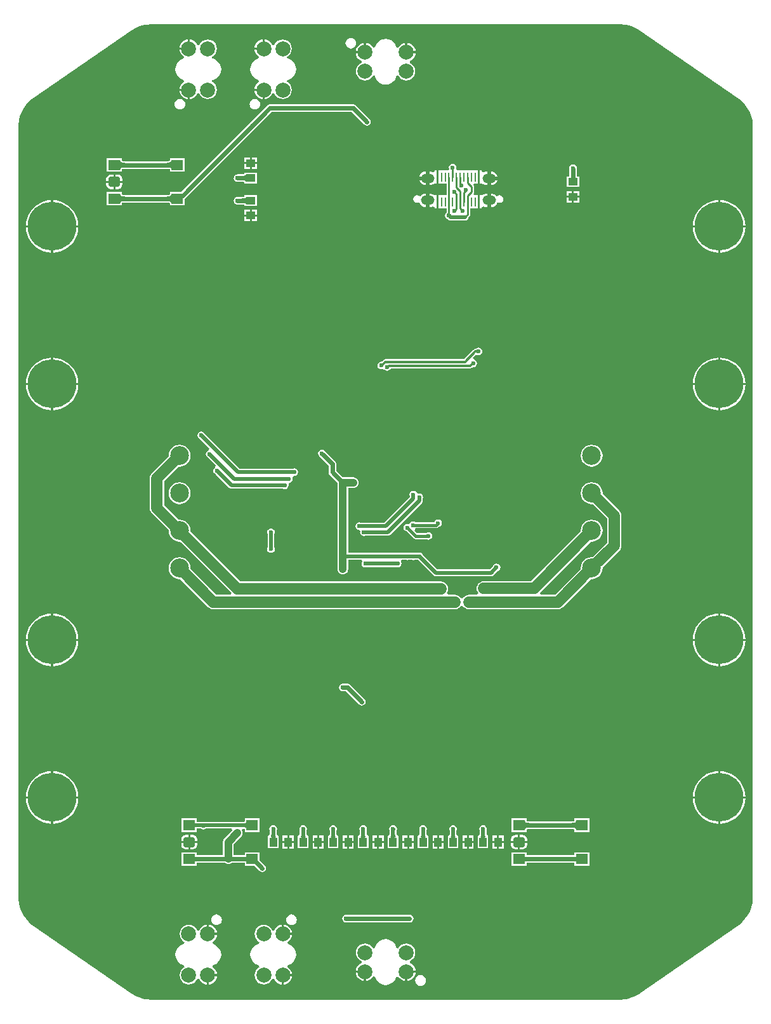
<source format=gtl>
G04*
G04 #@! TF.GenerationSoftware,Altium Limited,Altium Designer,21.8.1 (53)*
G04*
G04 Layer_Physical_Order=1*
G04 Layer_Color=255*
%FSLAX42Y42*%
%MOMM*%
G71*
G04*
G04 #@! TF.SameCoordinates,ECD59B7C-F3D5-4042-AA40-CB62378B2820*
G04*
G04*
G04 #@! TF.FilePolarity,Positive*
G04*
G01*
G75*
%ADD21R,0.27X1.30*%
%ADD22R,1.25X1.00*%
G04:AMPARAMS|DCode=23|XSize=1.6mm|YSize=1.4mm|CornerRadius=0.35mm|HoleSize=0mm|Usage=FLASHONLY|Rotation=180.000|XOffset=0mm|YOffset=0mm|HoleType=Round|Shape=RoundedRectangle|*
%AMROUNDEDRECTD23*
21,1,1.60,0.70,0,0,180.0*
21,1,0.90,1.40,0,0,180.0*
1,1,0.70,-0.45,0.35*
1,1,0.70,0.45,0.35*
1,1,0.70,0.45,-0.35*
1,1,0.70,-0.45,-0.35*
%
%ADD23ROUNDEDRECTD23*%
%ADD24R,1.60X1.40*%
%ADD25R,1.00X1.25*%
%ADD26C,0.60*%
%ADD27C,0.50*%
%ADD28C,1.00*%
%ADD29C,0.40*%
%ADD30C,0.30*%
%ADD31C,0.25*%
%ADD32C,1.50*%
G04:AMPARAMS|DCode=33|XSize=1.8mm|YSize=1.3mm|CornerRadius=0.65mm|HoleSize=0mm|Usage=FLASHONLY|Rotation=180.000|XOffset=0mm|YOffset=0mm|HoleType=Round|Shape=RoundedRectangle|*
%AMROUNDEDRECTD33*
21,1,1.80,0.00,0,0,180.0*
21,1,0.50,1.30,0,0,180.0*
1,1,1.30,-0.25,0.00*
1,1,1.30,0.25,0.00*
1,1,1.30,0.25,0.00*
1,1,1.30,-0.25,0.00*
%
%ADD33ROUNDEDRECTD33*%
%ADD34C,2.50*%
%ADD35C,2.00*%
%ADD36C,6.50*%
%ADD37C,0.60*%
%ADD38C,0.80*%
G36*
X3176Y6497D02*
X3211Y6492D01*
X3246Y6484D01*
X3280Y6473D01*
X3314Y6460D01*
X3346Y6444D01*
X3377Y6426D01*
X3391Y6416D01*
X3391Y6416D01*
X4694Y5519D01*
X4718Y5503D01*
X4761Y5465D01*
X4799Y5422D01*
X4832Y5375D01*
X4859Y5324D01*
X4879Y5270D01*
X4893Y5214D01*
X4900Y5157D01*
Y5128D01*
Y-5128D01*
Y-5157D01*
X4893Y-5214D01*
X4879Y-5270D01*
X4859Y-5324D01*
X4832Y-5375D01*
X4799Y-5422D01*
X4761Y-5465D01*
X4718Y-5503D01*
X4694Y-5519D01*
X4694Y-5519D01*
Y-5519D01*
X3391Y-6416D01*
X3377Y-6426D01*
X3346Y-6444D01*
X3314Y-6460D01*
X3280Y-6473D01*
X3246Y-6484D01*
X3211Y-6492D01*
X3176Y-6497D01*
X3140Y-6500D01*
X-3140D01*
X-3176Y-6497D01*
X-3211Y-6492D01*
X-3246Y-6484D01*
X-3280Y-6473D01*
X-3314Y-6460D01*
X-3346Y-6444D01*
X-3377Y-6426D01*
X-3391Y-6416D01*
X-4694Y-5519D01*
X-4718Y-5503D01*
X-4761Y-5465D01*
X-4799Y-5422D01*
X-4832Y-5375D01*
X-4859Y-5324D01*
X-4879Y-5270D01*
X-4893Y-5214D01*
X-4900Y-5157D01*
Y-5128D01*
Y5128D01*
Y5157D01*
X-4893Y5214D01*
X-4879Y5270D01*
X-4859Y5324D01*
X-4832Y5375D01*
X-4799Y5422D01*
X-4761Y5465D01*
X-4718Y5503D01*
X-4694Y5519D01*
X-4694D01*
X-3391Y6416D01*
X-3377Y6426D01*
X-3346Y6444D01*
X-3314Y6460D01*
X-3280Y6473D01*
X-3246Y6484D01*
X-3211Y6492D01*
X-3176Y6497D01*
X-3140Y6500D01*
X3140D01*
X3176Y6497D01*
D02*
G37*
%LPC*%
G36*
X0Y6306D02*
X-38Y6301D01*
X-73Y6287D01*
X-103Y6263D01*
X-127Y6233D01*
X-141Y6198D01*
X-141Y6197D01*
X-160Y6192D01*
X-167Y6192D01*
X-186Y6216D01*
X-212Y6236D01*
X-242Y6249D01*
X-260Y6251D01*
Y6127D01*
X-275D01*
Y6112D01*
X-399D01*
X-397Y6094D01*
X-384Y6064D01*
X-364Y6038D01*
X-338Y6018D01*
X-321Y6011D01*
X-321Y5984D01*
X-336Y5978D01*
X-361Y5959D01*
X-380Y5934D01*
X-392Y5904D01*
X-396Y5873D01*
X-392Y5842D01*
X-380Y5812D01*
X-361Y5787D01*
X-336Y5768D01*
X-306Y5756D01*
X-275Y5752D01*
X-244Y5756D01*
X-214Y5768D01*
X-189Y5787D01*
X-170Y5812D01*
X-168Y5817D01*
X-143Y5813D01*
X-141Y5802D01*
X-127Y5767D01*
X-103Y5737D01*
X-73Y5713D01*
X-38Y5699D01*
X0Y5694D01*
X38Y5699D01*
X73Y5713D01*
X103Y5737D01*
X127Y5767D01*
X141Y5802D01*
X143Y5813D01*
X168Y5817D01*
X170Y5812D01*
X189Y5787D01*
X214Y5768D01*
X244Y5756D01*
X275Y5752D01*
X306Y5756D01*
X336Y5768D01*
X361Y5787D01*
X380Y5812D01*
X392Y5842D01*
X396Y5873D01*
X392Y5904D01*
X380Y5934D01*
X361Y5959D01*
X336Y5978D01*
X321Y5984D01*
X321Y6011D01*
X338Y6018D01*
X364Y6038D01*
X384Y6064D01*
X397Y6094D01*
X399Y6112D01*
X275D01*
Y6127D01*
X260D01*
Y6251D01*
X242Y6249D01*
X212Y6236D01*
X186Y6216D01*
X167Y6192D01*
X160Y6192D01*
X141Y6197D01*
X141Y6198D01*
X127Y6233D01*
X103Y6263D01*
X73Y6287D01*
X38Y6301D01*
X0Y6306D01*
D02*
G37*
G36*
X-1642Y6299D02*
X-1660Y6297D01*
X-1690Y6284D01*
X-1716Y6264D01*
X-1736Y6238D01*
X-1749Y6208D01*
X-1751Y6190D01*
X-1642D01*
Y6299D01*
D02*
G37*
G36*
X-2642D02*
X-2660Y6297D01*
X-2690Y6284D01*
X-2716Y6264D01*
X-2736Y6238D01*
X-2749Y6208D01*
X-2751Y6190D01*
X-2642D01*
Y6299D01*
D02*
G37*
G36*
X-465Y6316D02*
X-483Y6313D01*
X-500Y6306D01*
X-515Y6295D01*
X-526Y6280D01*
X-533Y6263D01*
X-536Y6245D01*
X-533Y6227D01*
X-526Y6210D01*
X-515Y6195D01*
X-500Y6184D01*
X-483Y6177D01*
X-465Y6174D01*
X-447Y6177D01*
X-430Y6184D01*
X-415Y6195D01*
X-404Y6210D01*
X-397Y6227D01*
X-394Y6245D01*
X-397Y6263D01*
X-404Y6280D01*
X-415Y6295D01*
X-430Y6306D01*
X-447Y6313D01*
X-465Y6316D01*
D02*
G37*
G36*
X290Y6251D02*
Y6142D01*
X399D01*
X397Y6160D01*
X384Y6190D01*
X364Y6216D01*
X338Y6236D01*
X308Y6249D01*
X290Y6251D01*
D02*
G37*
G36*
X-290D02*
X-308Y6249D01*
X-338Y6236D01*
X-364Y6216D01*
X-384Y6190D01*
X-397Y6160D01*
X-399Y6142D01*
X-290D01*
Y6251D01*
D02*
G37*
G36*
X-1612Y6299D02*
Y6175D01*
X-1627D01*
Y6160D01*
X-1751D01*
X-1749Y6142D01*
X-1736Y6112D01*
X-1716Y6086D01*
X-1692Y6067D01*
X-1692Y6060D01*
X-1697Y6041D01*
X-1698Y6041D01*
X-1733Y6027D01*
X-1763Y6003D01*
X-1787Y5973D01*
X-1801Y5938D01*
X-1806Y5900D01*
X-1801Y5862D01*
X-1787Y5827D01*
X-1763Y5797D01*
X-1733Y5773D01*
X-1698Y5759D01*
X-1697Y5759D01*
X-1692Y5740D01*
X-1692Y5733D01*
X-1716Y5714D01*
X-1736Y5688D01*
X-1749Y5658D01*
X-1751Y5640D01*
X-1627D01*
Y5625D01*
X-1612D01*
Y5501D01*
X-1594Y5503D01*
X-1564Y5516D01*
X-1538Y5536D01*
X-1518Y5562D01*
X-1511Y5579D01*
X-1484Y5579D01*
X-1478Y5564D01*
X-1459Y5539D01*
X-1434Y5520D01*
X-1404Y5508D01*
X-1373Y5504D01*
X-1342Y5508D01*
X-1312Y5520D01*
X-1287Y5539D01*
X-1268Y5564D01*
X-1256Y5594D01*
X-1252Y5625D01*
X-1256Y5656D01*
X-1268Y5686D01*
X-1287Y5711D01*
X-1312Y5730D01*
X-1317Y5732D01*
X-1313Y5757D01*
X-1302Y5759D01*
X-1267Y5773D01*
X-1237Y5797D01*
X-1213Y5827D01*
X-1199Y5862D01*
X-1194Y5900D01*
X-1199Y5938D01*
X-1213Y5973D01*
X-1237Y6003D01*
X-1267Y6027D01*
X-1302Y6041D01*
X-1313Y6043D01*
X-1317Y6068D01*
X-1312Y6070D01*
X-1287Y6089D01*
X-1268Y6114D01*
X-1256Y6144D01*
X-1252Y6175D01*
X-1256Y6206D01*
X-1268Y6236D01*
X-1287Y6261D01*
X-1312Y6280D01*
X-1342Y6292D01*
X-1373Y6296D01*
X-1404Y6292D01*
X-1434Y6280D01*
X-1459Y6261D01*
X-1478Y6236D01*
X-1484Y6221D01*
X-1511Y6221D01*
X-1518Y6238D01*
X-1538Y6264D01*
X-1564Y6284D01*
X-1594Y6297D01*
X-1612Y6299D01*
D02*
G37*
G36*
X-2612D02*
Y6175D01*
X-2627D01*
Y6160D01*
X-2751D01*
X-2749Y6142D01*
X-2736Y6112D01*
X-2716Y6086D01*
X-2692Y6067D01*
X-2692Y6060D01*
X-2697Y6041D01*
X-2698Y6041D01*
X-2733Y6027D01*
X-2763Y6003D01*
X-2787Y5973D01*
X-2801Y5938D01*
X-2806Y5900D01*
X-2801Y5862D01*
X-2787Y5827D01*
X-2763Y5797D01*
X-2733Y5773D01*
X-2698Y5759D01*
X-2697Y5759D01*
X-2692Y5740D01*
X-2692Y5733D01*
X-2716Y5714D01*
X-2736Y5688D01*
X-2749Y5658D01*
X-2751Y5640D01*
X-2627D01*
Y5625D01*
X-2612D01*
Y5501D01*
X-2594Y5503D01*
X-2564Y5516D01*
X-2538Y5536D01*
X-2518Y5562D01*
X-2511Y5579D01*
X-2484Y5579D01*
X-2478Y5564D01*
X-2459Y5539D01*
X-2434Y5520D01*
X-2404Y5508D01*
X-2373Y5504D01*
X-2342Y5508D01*
X-2312Y5520D01*
X-2287Y5539D01*
X-2268Y5564D01*
X-2256Y5594D01*
X-2252Y5625D01*
X-2256Y5656D01*
X-2268Y5686D01*
X-2287Y5711D01*
X-2312Y5730D01*
X-2317Y5732D01*
X-2313Y5757D01*
X-2302Y5759D01*
X-2267Y5773D01*
X-2237Y5797D01*
X-2213Y5827D01*
X-2199Y5862D01*
X-2194Y5900D01*
X-2199Y5938D01*
X-2213Y5973D01*
X-2237Y6003D01*
X-2267Y6027D01*
X-2302Y6041D01*
X-2313Y6043D01*
X-2317Y6068D01*
X-2312Y6070D01*
X-2287Y6089D01*
X-2268Y6114D01*
X-2256Y6144D01*
X-2252Y6175D01*
X-2256Y6206D01*
X-2268Y6236D01*
X-2287Y6261D01*
X-2312Y6280D01*
X-2342Y6292D01*
X-2373Y6296D01*
X-2404Y6292D01*
X-2434Y6280D01*
X-2459Y6261D01*
X-2478Y6236D01*
X-2484Y6221D01*
X-2511Y6221D01*
X-2518Y6238D01*
X-2538Y6264D01*
X-2564Y6284D01*
X-2594Y6297D01*
X-2612Y6299D01*
D02*
G37*
G36*
X-1642Y5610D02*
X-1751D01*
X-1749Y5592D01*
X-1736Y5562D01*
X-1716Y5536D01*
X-1690Y5516D01*
X-1660Y5503D01*
X-1642Y5501D01*
Y5610D01*
D02*
G37*
G36*
X-2642D02*
X-2751D01*
X-2749Y5592D01*
X-2736Y5562D01*
X-2716Y5536D01*
X-2690Y5516D01*
X-2660Y5503D01*
X-2642Y5501D01*
Y5610D01*
D02*
G37*
G36*
X-1745Y5506D02*
X-1763Y5503D01*
X-1780Y5496D01*
X-1795Y5485D01*
X-1806Y5470D01*
X-1813Y5453D01*
X-1816Y5435D01*
X-1813Y5417D01*
X-1806Y5400D01*
X-1795Y5385D01*
X-1780Y5374D01*
X-1763Y5367D01*
X-1745Y5364D01*
X-1727Y5367D01*
X-1710Y5374D01*
X-1695Y5385D01*
X-1684Y5400D01*
X-1677Y5417D01*
X-1674Y5435D01*
X-1677Y5453D01*
X-1684Y5470D01*
X-1695Y5485D01*
X-1710Y5496D01*
X-1727Y5503D01*
X-1745Y5506D01*
D02*
G37*
G36*
X-2745D02*
X-2763Y5503D01*
X-2780Y5496D01*
X-2795Y5485D01*
X-2806Y5470D01*
X-2813Y5453D01*
X-2816Y5435D01*
X-2813Y5417D01*
X-2806Y5400D01*
X-2795Y5385D01*
X-2780Y5374D01*
X-2763Y5367D01*
X-2745Y5364D01*
X-2727Y5367D01*
X-2710Y5374D01*
X-2695Y5385D01*
X-2684Y5400D01*
X-2677Y5417D01*
X-2674Y5435D01*
X-2677Y5453D01*
X-2684Y5470D01*
X-2695Y5485D01*
X-2710Y5496D01*
X-2727Y5503D01*
X-2745Y5506D01*
D02*
G37*
G36*
X-430Y5431D02*
X-1545D01*
X-1565Y5427D01*
X-1581Y5416D01*
X-2731Y4266D01*
X-2740D01*
X-2740Y4266D01*
X-2740Y4266D01*
X-2745Y4265D01*
X-2880D01*
Y4234D01*
X-2880Y4234D01*
X-2880Y4234D01*
X-2880Y4233D01*
X-2881Y4232D01*
X-2884Y4231D01*
X-2888Y4229D01*
X-2893Y4228D01*
X-2901Y4227D01*
X-2906Y4226D01*
X-3494D01*
X-3499Y4227D01*
X-3507Y4228D01*
X-3512Y4229D01*
X-3516Y4231D01*
X-3519Y4232D01*
X-3520Y4233D01*
X-3520Y4234D01*
X-3520Y4234D01*
X-3520Y4234D01*
Y4265D01*
X-3720D01*
Y4085D01*
X-3520D01*
Y4116D01*
X-3520Y4116D01*
X-3520Y4117D01*
X-3520Y4117D01*
X-3519Y4118D01*
X-3516Y4119D01*
X-3512Y4121D01*
X-3507Y4123D01*
X-3499Y4124D01*
X-3494Y4124D01*
X-2906D01*
X-2901Y4124D01*
X-2893Y4123D01*
X-2888Y4121D01*
X-2884Y4119D01*
X-2881Y4118D01*
X-2880Y4117D01*
X-2880Y4117D01*
X-2880Y4116D01*
X-2880Y4116D01*
Y4085D01*
X-2680D01*
Y4175D01*
X-2674Y4179D01*
X-1524Y5329D01*
X-451D01*
X-286Y5164D01*
X-270Y5153D01*
X-250Y5149D01*
X-230Y5153D01*
X-214Y5164D01*
X-203Y5180D01*
X-199Y5200D01*
X-203Y5220D01*
X-214Y5236D01*
X-394Y5416D01*
X-410Y5427D01*
X-430Y5431D01*
D02*
G37*
G36*
X-2680Y4715D02*
X-2880D01*
Y4684D01*
X-2880Y4684D01*
X-2880Y4683D01*
X-2880Y4683D01*
X-2881Y4682D01*
X-2884Y4681D01*
X-2888Y4679D01*
X-2893Y4677D01*
X-2901Y4676D01*
X-2906Y4676D01*
X-2999D01*
X-3000Y4676D01*
X-3001Y4676D01*
X-3494D01*
X-3499Y4676D01*
X-3507Y4677D01*
X-3512Y4679D01*
X-3516Y4681D01*
X-3519Y4682D01*
X-3520Y4683D01*
X-3520Y4683D01*
X-3520Y4684D01*
X-3520Y4684D01*
Y4715D01*
X-3720D01*
Y4535D01*
X-3520D01*
Y4566D01*
X-3520Y4566D01*
X-3520Y4566D01*
X-3520Y4567D01*
X-3519Y4568D01*
X-3516Y4569D01*
X-3512Y4571D01*
X-3507Y4572D01*
X-3499Y4573D01*
X-3494Y4574D01*
X-2906D01*
X-2901Y4573D01*
X-2893Y4572D01*
X-2888Y4571D01*
X-2884Y4569D01*
X-2881Y4568D01*
X-2880Y4567D01*
X-2880Y4566D01*
X-2880Y4566D01*
X-2880Y4566D01*
Y4535D01*
X-2680D01*
Y4715D01*
D02*
G37*
G36*
X-1712Y4725D02*
X-1787D01*
Y4663D01*
X-1712D01*
Y4725D01*
D02*
G37*
G36*
X-1813D02*
X-1888D01*
Y4663D01*
X-1813D01*
Y4725D01*
D02*
G37*
G36*
X-1712Y4637D02*
X-1787D01*
Y4575D01*
X-1712D01*
Y4637D01*
D02*
G37*
G36*
X-1813D02*
X-1888D01*
Y4575D01*
X-1813D01*
Y4637D01*
D02*
G37*
G36*
X895Y4641D02*
X875Y4637D01*
X859Y4626D01*
X848Y4610D01*
X844Y4590D01*
X847Y4575D01*
X838Y4558D01*
X832Y4550D01*
X734D01*
Y4555D01*
X708D01*
Y4465D01*
Y4375D01*
X734D01*
Y4380D01*
X812D01*
Y4220D01*
X734D01*
Y4225D01*
X708D01*
Y4135D01*
Y4045D01*
X734D01*
Y4050D01*
X812D01*
Y3988D01*
X809Y3986D01*
X798Y3970D01*
X794Y3950D01*
X798Y3930D01*
X809Y3914D01*
X825Y3903D01*
X831Y3902D01*
X835Y3898D01*
X850Y3888D01*
X868Y3884D01*
X1060D01*
X1078Y3888D01*
X1092Y3898D01*
X1102Y3912D01*
X1106Y3929D01*
X1119Y3943D01*
X1127Y3953D01*
X1129Y3966D01*
Y4050D01*
X1206D01*
Y4045D01*
X1232D01*
Y4135D01*
Y4225D01*
X1206D01*
Y4220D01*
X1178D01*
X1171Y4245D01*
X1176Y4252D01*
X1178Y4265D01*
Y4335D01*
X1176Y4348D01*
X1171Y4355D01*
X1178Y4380D01*
X1206D01*
Y4375D01*
X1232D01*
Y4465D01*
Y4555D01*
X1206D01*
Y4550D01*
X958D01*
X952Y4558D01*
X943Y4575D01*
X946Y4590D01*
X942Y4610D01*
X931Y4626D01*
X915Y4637D01*
X895Y4641D01*
D02*
G37*
G36*
X682Y4555D02*
X656D01*
Y4537D01*
X631Y4525D01*
X630Y4526D01*
X608Y4535D01*
X585Y4538D01*
Y4447D01*
Y4356D01*
X608Y4359D01*
X630Y4368D01*
X633Y4370D01*
X656Y4375D01*
X656Y4375D01*
X656Y4375D01*
X682D01*
Y4465D01*
Y4555D01*
D02*
G37*
G36*
X-1862Y4520D02*
X-1883Y4520D01*
X-1883Y4505D01*
X-1884Y4504D01*
X-1888Y4503D01*
X-1894Y4502D01*
X-1907Y4501D01*
X-1975D01*
X-1975Y4501D01*
X-1977Y4501D01*
X-1979Y4501D01*
X-1986Y4499D01*
X-1994Y4497D01*
X-1996Y4496D01*
X-1998Y4496D01*
X-2004Y4491D01*
X-2011Y4486D01*
X-2011Y4486D01*
X-2012Y4485D01*
X-2014Y4483D01*
X-2018Y4476D01*
X-2022Y4470D01*
X-2022Y4468D01*
X-2023Y4466D01*
X-2024Y4458D01*
X-2026Y4450D01*
X-2026Y4448D01*
X-2026Y4446D01*
X-2024Y4439D01*
X-2022Y4430D01*
X-2021Y4429D01*
X-2021Y4427D01*
X-2021Y4427D01*
X-2016Y4421D01*
X-2011Y4414D01*
X-2009Y4413D01*
X-2008Y4411D01*
X-2001Y4407D01*
X-1995Y4403D01*
X-1993Y4403D01*
X-1991Y4402D01*
X-1983Y4401D01*
X-1975Y4399D01*
X-1975Y4399D01*
X-1975Y4399D01*
X-1906D01*
X-1902Y4399D01*
X-1894Y4398D01*
X-1888Y4397D01*
X-1884Y4396D01*
X-1883Y4395D01*
X-1883Y4380D01*
X-1862Y4380D01*
X-1862Y4380D01*
X-1858Y4380D01*
X-1718D01*
Y4520D01*
X-1858D01*
X-1862Y4520D01*
X-1862Y4520D01*
D02*
G37*
G36*
X1405Y4538D02*
Y4472D01*
X1492D01*
X1484Y4492D01*
X1469Y4511D01*
X1450Y4526D01*
X1428Y4535D01*
X1405Y4538D01*
D02*
G37*
G36*
X535D02*
X535D01*
X512Y4535D01*
X490Y4526D01*
X471Y4511D01*
X456Y4492D01*
X448Y4472D01*
X535D01*
Y4538D01*
D02*
G37*
G36*
X-3575Y4497D02*
X-3607D01*
Y4413D01*
X-3513D01*
Y4435D01*
X-3518Y4459D01*
X-3531Y4479D01*
X-3551Y4492D01*
X-3575Y4497D01*
D02*
G37*
G36*
X-3633D02*
X-3665D01*
X-3689Y4492D01*
X-3709Y4479D01*
X-3722Y4459D01*
X-3727Y4435D01*
Y4413D01*
X-3633D01*
Y4497D01*
D02*
G37*
G36*
X1492Y4422D02*
X1405D01*
Y4356D01*
X1428Y4359D01*
X1450Y4368D01*
X1469Y4383D01*
X1484Y4402D01*
X1492Y4422D01*
D02*
G37*
G36*
X1284Y4555D02*
X1258D01*
Y4465D01*
Y4375D01*
X1284D01*
X1284Y4375D01*
Y4375D01*
X1284Y4375D01*
X1307Y4370D01*
X1310Y4368D01*
X1332Y4359D01*
X1355Y4356D01*
X1355D01*
Y4447D01*
Y4538D01*
X1355D01*
X1332Y4535D01*
X1310Y4526D01*
X1309Y4525D01*
X1284Y4537D01*
Y4555D01*
D02*
G37*
G36*
X535Y4422D02*
X448D01*
X456Y4402D01*
X471Y4383D01*
X490Y4368D01*
X512Y4359D01*
X535Y4356D01*
X535D01*
Y4422D01*
D02*
G37*
G36*
X2500Y4633D02*
X2481Y4629D01*
X2464Y4618D01*
X2453Y4602D01*
X2449Y4582D01*
X2450Y4579D01*
X2449Y4575D01*
X2449Y4575D01*
Y4470D01*
X2418D01*
Y4330D01*
X2583D01*
Y4470D01*
X2551D01*
Y4575D01*
X2550Y4578D01*
X2551Y4582D01*
X2547Y4602D01*
X2536Y4618D01*
X2520Y4629D01*
X2500Y4633D01*
D02*
G37*
G36*
X-3513Y4387D02*
X-3607D01*
Y4303D01*
X-3575D01*
X-3551Y4308D01*
X-3531Y4321D01*
X-3518Y4341D01*
X-3513Y4365D01*
Y4387D01*
D02*
G37*
G36*
X-3633D02*
X-3727D01*
Y4365D01*
X-3722Y4341D01*
X-3709Y4321D01*
X-3689Y4308D01*
X-3665Y4303D01*
X-3633D01*
Y4387D01*
D02*
G37*
G36*
X1355Y4244D02*
X1355D01*
X1332Y4241D01*
X1310Y4232D01*
X1307Y4230D01*
X1284Y4225D01*
X1284Y4225D01*
X1284Y4225D01*
X1258D01*
Y4135D01*
Y4045D01*
X1284D01*
Y4063D01*
X1309Y4075D01*
X1310Y4074D01*
X1332Y4065D01*
X1355Y4062D01*
X1355D01*
Y4153D01*
Y4244D01*
D02*
G37*
G36*
X2588Y4275D02*
X2513D01*
Y4213D01*
X2588D01*
Y4275D01*
D02*
G37*
G36*
X2487D02*
X2412D01*
Y4213D01*
X2487D01*
Y4275D01*
D02*
G37*
G36*
X535Y4244D02*
X535D01*
X512Y4241D01*
X490Y4232D01*
X476Y4221D01*
X456Y4206D01*
X440Y4217D01*
X420Y4221D01*
X400Y4217D01*
X384Y4206D01*
X373Y4190D01*
X369Y4170D01*
X373Y4150D01*
X384Y4134D01*
X400Y4123D01*
X420Y4119D01*
X440Y4123D01*
X452Y4119D01*
X456Y4108D01*
X471Y4089D01*
X490Y4074D01*
X512Y4065D01*
X535Y4062D01*
X535D01*
Y4153D01*
Y4244D01*
D02*
G37*
G36*
X-1862Y4220D02*
X-1882Y4220D01*
X-1882Y4205D01*
X-1884Y4204D01*
X-1888Y4203D01*
X-1894Y4202D01*
X-1907Y4201D01*
X-1975D01*
X-1975Y4201D01*
X-1975D01*
X-1983Y4199D01*
X-1991Y4198D01*
X-1993Y4197D01*
X-1995Y4197D01*
X-2001Y4193D01*
X-2008Y4189D01*
X-2010Y4187D01*
X-2011Y4186D01*
X-2016Y4179D01*
X-2021Y4173D01*
X-2021Y4171D01*
X-2022Y4169D01*
X-2024Y4161D01*
X-2026Y4154D01*
X-2026Y4152D01*
X-2026Y4150D01*
X-2024Y4142D01*
X-2023Y4134D01*
X-2022Y4132D01*
X-2022Y4130D01*
X-2017Y4124D01*
X-2014Y4117D01*
X-2012Y4115D01*
X-2011Y4114D01*
X-2004Y4109D01*
X-1998Y4104D01*
X-1998Y4104D01*
X-1996Y4104D01*
X-1995Y4103D01*
X-1994Y4103D01*
X-1994Y4103D01*
X-1986Y4101D01*
X-1979Y4099D01*
X-1977Y4099D01*
X-1975Y4099D01*
X-1906D01*
X-1902Y4099D01*
X-1894Y4098D01*
X-1888Y4097D01*
X-1884Y4096D01*
X-1882Y4095D01*
X-1882Y4080D01*
X-1862Y4080D01*
X-1862Y4080D01*
X-1857Y4080D01*
X-1717D01*
Y4220D01*
X-1857D01*
X-1862Y4220D01*
X-1862Y4220D01*
D02*
G37*
G36*
X2588Y4187D02*
X2513D01*
Y4125D01*
X2588D01*
Y4187D01*
D02*
G37*
G36*
X2487D02*
X2412D01*
Y4125D01*
X2487D01*
Y4187D01*
D02*
G37*
G36*
X1405Y4244D02*
Y4153D01*
Y4062D01*
X1428Y4065D01*
X1450Y4074D01*
X1469Y4089D01*
X1484Y4108D01*
X1488Y4119D01*
X1500Y4123D01*
X1520Y4119D01*
X1540Y4123D01*
X1556Y4134D01*
X1567Y4150D01*
X1571Y4170D01*
X1567Y4190D01*
X1556Y4206D01*
X1540Y4217D01*
X1520Y4221D01*
X1500Y4217D01*
X1484Y4206D01*
X1464Y4221D01*
X1450Y4232D01*
X1428Y4241D01*
X1405Y4244D01*
D02*
G37*
G36*
X585Y4244D02*
Y4153D01*
Y4062D01*
X608Y4065D01*
X630Y4074D01*
X631Y4075D01*
X656Y4063D01*
Y4045D01*
X682D01*
Y4135D01*
Y4225D01*
X656D01*
X656Y4225D01*
Y4225D01*
X656Y4225D01*
X633Y4230D01*
X630Y4232D01*
X608Y4241D01*
X585Y4244D01*
D02*
G37*
G36*
X-1712Y4025D02*
X-1787D01*
Y3963D01*
X-1712D01*
Y4025D01*
D02*
G37*
G36*
X-1813D02*
X-1888D01*
Y3963D01*
X-1813D01*
Y4025D01*
D02*
G37*
G36*
X-1712Y3937D02*
X-1787D01*
Y3875D01*
X-1712D01*
Y3937D01*
D02*
G37*
G36*
X-1813D02*
X-1888D01*
Y3875D01*
X-1813D01*
Y3937D01*
D02*
G37*
G36*
X4465Y4156D02*
Y3821D01*
X4800D01*
X4797Y3861D01*
X4784Y3914D01*
X4763Y3965D01*
X4734Y4012D01*
X4698Y4054D01*
X4656Y4090D01*
X4609Y4118D01*
X4558Y4140D01*
X4505Y4152D01*
X4465Y4156D01*
D02*
G37*
G36*
X4435D02*
X4395Y4152D01*
X4342Y4140D01*
X4291Y4118D01*
X4244Y4090D01*
X4202Y4054D01*
X4166Y4012D01*
X4137Y3965D01*
X4116Y3914D01*
X4103Y3861D01*
X4100Y3821D01*
X4435D01*
Y4156D01*
D02*
G37*
G36*
X-4435D02*
Y3821D01*
X-4100D01*
X-4103Y3861D01*
X-4116Y3914D01*
X-4137Y3965D01*
X-4166Y4012D01*
X-4202Y4054D01*
X-4244Y4090D01*
X-4291Y4118D01*
X-4342Y4140D01*
X-4395Y4152D01*
X-4435Y4156D01*
D02*
G37*
G36*
X-4465D02*
X-4505Y4152D01*
X-4558Y4140D01*
X-4609Y4118D01*
X-4656Y4090D01*
X-4698Y4054D01*
X-4734Y4012D01*
X-4763Y3965D01*
X-4784Y3914D01*
X-4797Y3861D01*
X-4800Y3821D01*
X-4465D01*
Y4156D01*
D02*
G37*
G36*
X4800Y3791D02*
X4465D01*
Y3456D01*
X4505Y3459D01*
X4558Y3472D01*
X4609Y3493D01*
X4656Y3522D01*
X4698Y3557D01*
X4734Y3599D01*
X4763Y3646D01*
X4784Y3697D01*
X4797Y3751D01*
X4800Y3791D01*
D02*
G37*
G36*
X4435D02*
X4100D01*
X4103Y3751D01*
X4116Y3697D01*
X4137Y3646D01*
X4166Y3599D01*
X4202Y3557D01*
X4244Y3522D01*
X4291Y3493D01*
X4342Y3472D01*
X4395Y3459D01*
X4435Y3456D01*
Y3791D01*
D02*
G37*
G36*
X-4100D02*
X-4435D01*
Y3456D01*
X-4395Y3459D01*
X-4342Y3472D01*
X-4291Y3493D01*
X-4244Y3522D01*
X-4202Y3557D01*
X-4166Y3599D01*
X-4137Y3646D01*
X-4116Y3697D01*
X-4103Y3751D01*
X-4100Y3791D01*
D02*
G37*
G36*
X-4465D02*
X-4800D01*
X-4797Y3751D01*
X-4784Y3697D01*
X-4763Y3646D01*
X-4734Y3599D01*
X-4698Y3557D01*
X-4656Y3522D01*
X-4609Y3493D01*
X-4558Y3472D01*
X-4505Y3459D01*
X-4465Y3456D01*
Y3791D01*
D02*
G37*
G36*
X1240Y2191D02*
X1220Y2187D01*
X1204Y2176D01*
X1202Y2173D01*
X1197D01*
X1183Y2170D01*
X1172Y2162D01*
X1045Y2036D01*
X-2D01*
X-16Y2033D01*
X-27Y2025D01*
X-51Y2002D01*
X-57Y2003D01*
X-76Y1999D01*
X-93Y1988D01*
X-104Y1971D01*
X-108Y1952D01*
X-104Y1932D01*
X-93Y1916D01*
X-76Y1905D01*
X-57Y1901D01*
X-37Y1905D01*
X-16Y1894D01*
X0Y1883D01*
X20Y1879D01*
X40Y1883D01*
X56Y1894D01*
X67Y1910D01*
X68Y1914D01*
X1132D01*
X1146Y1917D01*
X1157Y1925D01*
X1163Y1930D01*
X1170Y1929D01*
X1190Y1933D01*
X1206Y1944D01*
X1217Y1960D01*
X1221Y1980D01*
X1217Y2000D01*
X1206Y2016D01*
X1190Y2027D01*
X1176Y2030D01*
X1167Y2046D01*
X1166Y2055D01*
X1210Y2100D01*
X1220Y2093D01*
X1240Y2089D01*
X1260Y2093D01*
X1276Y2104D01*
X1287Y2120D01*
X1291Y2140D01*
X1287Y2160D01*
X1276Y2176D01*
X1260Y2187D01*
X1240Y2191D01*
D02*
G37*
G36*
X4465Y2056D02*
Y1721D01*
X4800D01*
X4797Y1761D01*
X4784Y1814D01*
X4763Y1865D01*
X4734Y1912D01*
X4698Y1954D01*
X4656Y1990D01*
X4609Y2018D01*
X4558Y2040D01*
X4505Y2052D01*
X4465Y2056D01*
D02*
G37*
G36*
X4435D02*
X4395Y2052D01*
X4342Y2040D01*
X4291Y2018D01*
X4244Y1990D01*
X4202Y1954D01*
X4166Y1912D01*
X4137Y1865D01*
X4116Y1814D01*
X4103Y1761D01*
X4100Y1721D01*
X4435D01*
Y2056D01*
D02*
G37*
G36*
X-4435D02*
Y1721D01*
X-4100D01*
X-4103Y1761D01*
X-4116Y1814D01*
X-4137Y1865D01*
X-4166Y1912D01*
X-4202Y1954D01*
X-4244Y1990D01*
X-4291Y2018D01*
X-4342Y2040D01*
X-4395Y2052D01*
X-4435Y2056D01*
D02*
G37*
G36*
X-4465D02*
X-4505Y2052D01*
X-4558Y2040D01*
X-4609Y2018D01*
X-4656Y1990D01*
X-4698Y1954D01*
X-4734Y1912D01*
X-4763Y1865D01*
X-4784Y1814D01*
X-4797Y1761D01*
X-4800Y1721D01*
X-4465D01*
Y2056D01*
D02*
G37*
G36*
X4800Y1691D02*
X4465D01*
Y1356D01*
X4505Y1359D01*
X4558Y1372D01*
X4609Y1393D01*
X4656Y1422D01*
X4698Y1457D01*
X4734Y1499D01*
X4763Y1546D01*
X4784Y1597D01*
X4797Y1651D01*
X4800Y1691D01*
D02*
G37*
G36*
X4435D02*
X4100D01*
X4103Y1651D01*
X4116Y1597D01*
X4137Y1546D01*
X4166Y1499D01*
X4202Y1457D01*
X4244Y1422D01*
X4291Y1393D01*
X4342Y1372D01*
X4395Y1359D01*
X4435Y1356D01*
Y1691D01*
D02*
G37*
G36*
X-4100D02*
X-4435D01*
Y1356D01*
X-4395Y1359D01*
X-4342Y1372D01*
X-4291Y1393D01*
X-4244Y1422D01*
X-4202Y1457D01*
X-4166Y1499D01*
X-4137Y1546D01*
X-4116Y1597D01*
X-4103Y1651D01*
X-4100Y1691D01*
D02*
G37*
G36*
X-4465D02*
X-4800D01*
X-4797Y1651D01*
X-4784Y1597D01*
X-4763Y1546D01*
X-4734Y1499D01*
X-4698Y1457D01*
X-4656Y1422D01*
X-4609Y1393D01*
X-4558Y1372D01*
X-4505Y1359D01*
X-4465Y1356D01*
Y1691D01*
D02*
G37*
G36*
X2750Y896D02*
X2712Y891D01*
X2677Y877D01*
X2647Y853D01*
X2623Y823D01*
X2609Y788D01*
X2604Y750D01*
X2609Y712D01*
X2623Y677D01*
X2647Y647D01*
X2677Y623D01*
X2712Y609D01*
X2750Y604D01*
X2788Y609D01*
X2823Y623D01*
X2853Y647D01*
X2877Y677D01*
X2891Y712D01*
X2896Y750D01*
X2891Y788D01*
X2877Y823D01*
X2853Y853D01*
X2823Y877D01*
X2788Y891D01*
X2750Y896D01*
D02*
G37*
G36*
X-2750D02*
X-2788Y891D01*
X-2823Y877D01*
X-2853Y853D01*
X-2877Y823D01*
X-2891Y788D01*
X-2896Y750D01*
X-2895Y741D01*
X-3118Y518D01*
X-3133Y498D01*
X-3143Y475D01*
X-3146Y450D01*
Y50D01*
X-3143Y25D01*
X-3133Y2D01*
X-3118Y-18D01*
X-2895Y-241D01*
X-2896Y-250D01*
X-2891Y-288D01*
X-2877Y-323D01*
X-2853Y-353D01*
X-2823Y-377D01*
X-2788Y-391D01*
X-2750Y-396D01*
X-2741Y-395D01*
X-2056Y-1079D01*
X-2067Y-1104D01*
X-2260D01*
X-2605Y-759D01*
X-2604Y-750D01*
X-2609Y-712D01*
X-2623Y-677D01*
X-2647Y-647D01*
X-2677Y-623D01*
X-2712Y-609D01*
X-2750Y-604D01*
X-2788Y-609D01*
X-2823Y-623D01*
X-2853Y-647D01*
X-2877Y-677D01*
X-2891Y-712D01*
X-2896Y-750D01*
X-2891Y-788D01*
X-2877Y-823D01*
X-2853Y-853D01*
X-2823Y-877D01*
X-2788Y-891D01*
X-2750Y-896D01*
X-2741Y-895D01*
X-2368Y-1268D01*
X-2348Y-1283D01*
X-2325Y-1293D01*
X-2300Y-1296D01*
X923D01*
X947Y-1293D01*
X970Y-1283D01*
X990Y-1268D01*
X1002Y-1253D01*
X1015Y-1250D01*
X1018D01*
X1031Y-1253D01*
X1042Y-1268D01*
X1062Y-1283D01*
X1085Y-1293D01*
X1110Y-1296D01*
X2300D01*
X2325Y-1293D01*
X2348Y-1283D01*
X2368Y-1268D01*
X2741Y-895D01*
X2750Y-896D01*
X2788Y-891D01*
X2823Y-877D01*
X2853Y-853D01*
X2877Y-823D01*
X2891Y-788D01*
X2896Y-750D01*
X2895Y-741D01*
X3118Y-518D01*
X3133Y-498D01*
X3143Y-475D01*
X3146Y-450D01*
Y-50D01*
X3143Y-25D01*
X3133Y-2D01*
X3118Y18D01*
X2895Y241D01*
X2896Y250D01*
X2891Y288D01*
X2877Y323D01*
X2853Y353D01*
X2823Y377D01*
X2788Y391D01*
X2750Y396D01*
X2712Y391D01*
X2677Y377D01*
X2647Y353D01*
X2623Y323D01*
X2609Y288D01*
X2604Y250D01*
X2609Y212D01*
X2623Y177D01*
X2647Y147D01*
X2677Y123D01*
X2712Y109D01*
X2750Y104D01*
X2759Y105D01*
X2954Y-90D01*
Y-410D01*
X2759Y-605D01*
X2750Y-604D01*
X2712Y-609D01*
X2677Y-623D01*
X2647Y-647D01*
X2623Y-677D01*
X2609Y-712D01*
X2604Y-750D01*
X2605Y-759D01*
X2260Y-1104D01*
X2067D01*
X2056Y-1079D01*
X2741Y-395D01*
X2750Y-396D01*
X2788Y-391D01*
X2823Y-377D01*
X2853Y-353D01*
X2877Y-323D01*
X2891Y-288D01*
X2896Y-250D01*
X2891Y-212D01*
X2877Y-177D01*
X2853Y-147D01*
X2823Y-123D01*
X2788Y-109D01*
X2750Y-104D01*
X2712Y-109D01*
X2677Y-123D01*
X2647Y-147D01*
X2623Y-177D01*
X2609Y-212D01*
X2604Y-250D01*
X2605Y-259D01*
X1940Y-924D01*
X1310D01*
X1285Y-927D01*
X1262Y-937D01*
X1242Y-952D01*
X1227Y-972D01*
X1217Y-995D01*
X1214Y-1020D01*
X1217Y-1045D01*
X1227Y-1068D01*
X1236Y-1079D01*
X1225Y-1104D01*
X1110D01*
X1085Y-1107D01*
X1062Y-1117D01*
X1042Y-1132D01*
X1031Y-1147D01*
X1018Y-1150D01*
X1015D01*
X1002Y-1147D01*
X990Y-1132D01*
X970Y-1117D01*
X947Y-1107D01*
X923Y-1104D01*
X830D01*
X818Y-1079D01*
X823Y-1072D01*
X833Y-1049D01*
X836Y-1024D01*
X833Y-999D01*
X823Y-976D01*
X808Y-956D01*
X788Y-941D01*
X765Y-932D01*
X740Y-928D01*
X-1936D01*
X-2605Y-259D01*
X-2604Y-250D01*
X-2609Y-212D01*
X-2623Y-177D01*
X-2647Y-147D01*
X-2677Y-123D01*
X-2712Y-109D01*
X-2750Y-104D01*
X-2759Y-105D01*
X-2954Y90D01*
Y410D01*
X-2759Y605D01*
X-2750Y604D01*
X-2712Y609D01*
X-2677Y623D01*
X-2647Y647D01*
X-2623Y677D01*
X-2609Y712D01*
X-2604Y750D01*
X-2609Y788D01*
X-2623Y823D01*
X-2647Y853D01*
X-2677Y877D01*
X-2712Y891D01*
X-2750Y896D01*
D02*
G37*
G36*
X-2460Y1071D02*
X-2480Y1067D01*
X-2496Y1056D01*
X-2507Y1040D01*
X-2511Y1020D01*
X-2507Y1000D01*
X-2496Y984D01*
X-2480Y973D01*
X-2477Y972D01*
X-2350Y845D01*
X-2350Y844D01*
X-2359Y819D01*
X-2370Y817D01*
X-2386Y806D01*
X-2397Y790D01*
X-2401Y770D01*
X-2397Y750D01*
X-2386Y734D01*
X-2370Y723D01*
X-2367Y722D01*
X-2268Y623D01*
X-2268Y614D01*
X-2274Y594D01*
X-2286Y586D01*
X-2297Y570D01*
X-2301Y550D01*
X-2297Y530D01*
X-2286Y514D01*
X-2270Y503D01*
X-2267Y502D01*
X-2087Y323D01*
X-2073Y313D01*
X-2055Y309D01*
X-1366D01*
X-1365Y308D01*
X-1345Y304D01*
X-1325Y308D01*
X-1309Y319D01*
X-1298Y335D01*
X-1294Y355D01*
X-1296Y365D01*
X-1292Y379D01*
X-1279Y391D01*
X-1270Y393D01*
X-1254Y404D01*
X-1243Y420D01*
X-1239Y440D01*
X-1243Y460D01*
X-1227Y480D01*
X-1220Y479D01*
X-1200Y483D01*
X-1184Y494D01*
X-1173Y510D01*
X-1169Y530D01*
X-1173Y550D01*
X-1184Y566D01*
X-1200Y577D01*
X-1220Y581D01*
X-1240Y577D01*
X-1241Y576D01*
X-1951D01*
X-2412Y1037D01*
X-2413Y1040D01*
X-2424Y1056D01*
X-2440Y1067D01*
X-2460Y1071D01*
D02*
G37*
G36*
X-2750Y396D02*
X-2788Y391D01*
X-2823Y377D01*
X-2853Y353D01*
X-2877Y323D01*
X-2891Y288D01*
X-2896Y250D01*
X-2891Y212D01*
X-2877Y177D01*
X-2853Y147D01*
X-2823Y123D01*
X-2788Y109D01*
X-2750Y104D01*
X-2712Y109D01*
X-2677Y123D01*
X-2647Y147D01*
X-2623Y177D01*
X-2609Y212D01*
X-2604Y250D01*
X-2609Y288D01*
X-2623Y323D01*
X-2647Y353D01*
X-2677Y377D01*
X-2712Y391D01*
X-2750Y396D01*
D02*
G37*
G36*
X700Y-99D02*
X680Y-103D01*
X664Y-114D01*
X653Y-130D01*
X652Y-134D01*
X399D01*
X390Y-128D01*
X370Y-124D01*
X350Y-128D01*
X334Y-139D01*
X329Y-146D01*
X310Y-163D01*
X290Y-159D01*
X270Y-163D01*
X254Y-174D01*
X243Y-190D01*
X239Y-210D01*
X243Y-230D01*
X254Y-246D01*
X270Y-257D01*
X282Y-259D01*
X371Y-349D01*
X384Y-358D01*
X400Y-361D01*
X400Y-361D01*
X541D01*
X550Y-367D01*
X570Y-371D01*
X590Y-367D01*
X606Y-356D01*
X617Y-340D01*
X621Y-320D01*
X617Y-300D01*
X606Y-284D01*
X590Y-273D01*
X570Y-269D01*
X550Y-273D01*
X541Y-279D01*
X417D01*
X386Y-248D01*
X388Y-234D01*
X393Y-220D01*
X399Y-216D01*
X675D01*
X675Y-216D01*
X691Y-213D01*
X704Y-204D01*
X708Y-199D01*
X720Y-197D01*
X736Y-186D01*
X747Y-170D01*
X751Y-150D01*
X747Y-130D01*
X736Y-114D01*
X720Y-103D01*
X700Y-99D01*
D02*
G37*
G36*
X370Y281D02*
X350Y277D01*
X334Y266D01*
X323Y250D01*
X319Y230D01*
X323Y210D01*
X324Y209D01*
Y199D01*
X-19Y-144D01*
X-329D01*
X-330Y-143D01*
X-350Y-139D01*
X-370Y-143D01*
X-386Y-154D01*
X-397Y-170D01*
X-401Y-190D01*
X-397Y-210D01*
X-386Y-226D01*
X-370Y-237D01*
X-358Y-239D01*
X-348Y-245D01*
X-340Y-264D01*
X-341Y-270D01*
X-337Y-290D01*
X-326Y-306D01*
X-310Y-317D01*
X-290Y-321D01*
X-270Y-317D01*
X-269Y-316D01*
X30D01*
X48Y-312D01*
X62Y-302D01*
X482Y118D01*
X492Y132D01*
X496Y150D01*
Y175D01*
X497Y176D01*
X501Y196D01*
X497Y216D01*
X486Y232D01*
X470Y243D01*
X450Y247D01*
X443Y246D01*
X417Y250D01*
X406Y266D01*
X390Y277D01*
X370Y281D01*
D02*
G37*
G36*
X-1530Y-219D02*
X-1550Y-223D01*
X-1566Y-234D01*
X-1577Y-250D01*
X-1581Y-270D01*
X-1577Y-290D01*
X-1576Y-291D01*
Y-474D01*
X-1577Y-475D01*
X-1581Y-495D01*
X-1577Y-515D01*
X-1566Y-531D01*
X-1550Y-542D01*
X-1530Y-546D01*
X-1510Y-542D01*
X-1494Y-531D01*
X-1483Y-515D01*
X-1479Y-495D01*
X-1483Y-475D01*
X-1484Y-474D01*
Y-291D01*
X-1483Y-290D01*
X-1479Y-270D01*
X-1483Y-250D01*
X-1494Y-234D01*
X-1510Y-223D01*
X-1530Y-219D01*
D02*
G37*
G36*
X-850Y831D02*
X-870Y827D01*
X-886Y816D01*
X-897Y800D01*
X-901Y780D01*
X-897Y760D01*
X-886Y744D01*
X-761Y619D01*
Y530D01*
X-757Y510D01*
X-746Y494D01*
X-641Y389D01*
Y-590D01*
Y-760D01*
X-638Y-778D01*
X-631Y-795D01*
X-620Y-810D01*
X-605Y-821D01*
X-588Y-828D01*
X-570Y-831D01*
X-552Y-828D01*
X-535Y-821D01*
X-520Y-810D01*
X-509Y-795D01*
X-502Y-778D01*
X-499Y-760D01*
Y-636D01*
X-322D01*
X-320Y-638D01*
X-311Y-661D01*
X-317Y-670D01*
X-321Y-690D01*
X-317Y-710D01*
X-306Y-726D01*
X-290Y-737D01*
X-270Y-741D01*
X-250Y-737D01*
X-249Y-736D01*
X139D01*
X140Y-737D01*
X160Y-741D01*
X180Y-737D01*
X196Y-726D01*
X207Y-710D01*
X211Y-690D01*
X207Y-670D01*
X204Y-665D01*
X206Y-657D01*
X216Y-640D01*
X230Y-637D01*
X231Y-636D01*
X269D01*
X270Y-637D01*
X290Y-641D01*
X310Y-637D01*
X311Y-636D01*
X349D01*
X350Y-637D01*
X370Y-641D01*
X390Y-637D01*
X391Y-636D01*
X429D01*
X430Y-637D01*
X433Y-638D01*
X638Y-842D01*
X652Y-852D01*
X670Y-856D01*
X1410D01*
X1428Y-852D01*
X1442Y-842D01*
X1497Y-788D01*
X1500Y-787D01*
X1516Y-776D01*
X1527Y-760D01*
X1531Y-740D01*
X1527Y-720D01*
X1516Y-704D01*
X1500Y-693D01*
X1480Y-689D01*
X1460Y-693D01*
X1444Y-704D01*
X1433Y-720D01*
X1432Y-723D01*
X1391Y-764D01*
X689D01*
X498Y-573D01*
X497Y-570D01*
X486Y-554D01*
X470Y-543D01*
X450Y-539D01*
X430Y-543D01*
X429Y-544D01*
X391D01*
X390Y-543D01*
X370Y-539D01*
X350Y-543D01*
X349Y-544D01*
X311D01*
X310Y-543D01*
X290Y-539D01*
X270Y-543D01*
X269Y-544D01*
X231D01*
X230Y-543D01*
X210Y-539D01*
X190Y-543D01*
X189Y-544D01*
X-499D01*
Y319D01*
X-430D01*
X-412Y322D01*
X-395Y329D01*
X-380Y340D01*
X-369Y355D01*
X-362Y372D01*
X-359Y390D01*
X-362Y408D01*
X-369Y425D01*
X-380Y440D01*
X-395Y451D01*
X-412Y458D01*
X-430Y461D01*
X-569D01*
X-659Y551D01*
Y640D01*
X-663Y660D01*
X-674Y676D01*
X-814Y816D01*
X-830Y827D01*
X-850Y831D01*
D02*
G37*
G36*
X4465Y-1356D02*
Y-1691D01*
X4800D01*
X4797Y-1651D01*
X4784Y-1597D01*
X4763Y-1546D01*
X4734Y-1499D01*
X4698Y-1457D01*
X4656Y-1422D01*
X4609Y-1393D01*
X4558Y-1372D01*
X4505Y-1359D01*
X4465Y-1356D01*
D02*
G37*
G36*
X4435D02*
X4395Y-1359D01*
X4342Y-1372D01*
X4291Y-1393D01*
X4244Y-1422D01*
X4202Y-1457D01*
X4166Y-1499D01*
X4137Y-1546D01*
X4116Y-1597D01*
X4103Y-1651D01*
X4100Y-1691D01*
X4435D01*
Y-1356D01*
D02*
G37*
G36*
X-4435D02*
Y-1691D01*
X-4100D01*
X-4103Y-1651D01*
X-4116Y-1597D01*
X-4137Y-1546D01*
X-4166Y-1499D01*
X-4202Y-1457D01*
X-4244Y-1422D01*
X-4291Y-1393D01*
X-4342Y-1372D01*
X-4395Y-1359D01*
X-4435Y-1356D01*
D02*
G37*
G36*
X-4465D02*
X-4505Y-1359D01*
X-4558Y-1372D01*
X-4609Y-1393D01*
X-4656Y-1422D01*
X-4698Y-1457D01*
X-4734Y-1499D01*
X-4763Y-1546D01*
X-4784Y-1597D01*
X-4797Y-1651D01*
X-4800Y-1691D01*
X-4465D01*
Y-1356D01*
D02*
G37*
G36*
X4800Y-1721D02*
X4465D01*
Y-2056D01*
X4505Y-2052D01*
X4558Y-2040D01*
X4609Y-2018D01*
X4656Y-1990D01*
X4698Y-1954D01*
X4734Y-1912D01*
X4763Y-1865D01*
X4784Y-1814D01*
X4797Y-1761D01*
X4800Y-1721D01*
D02*
G37*
G36*
X4435D02*
X4100D01*
X4103Y-1761D01*
X4116Y-1814D01*
X4137Y-1865D01*
X4166Y-1912D01*
X4202Y-1954D01*
X4244Y-1990D01*
X4291Y-2018D01*
X4342Y-2040D01*
X4395Y-2052D01*
X4435Y-2056D01*
Y-1721D01*
D02*
G37*
G36*
X-4100D02*
X-4435D01*
Y-2056D01*
X-4395Y-2052D01*
X-4342Y-2040D01*
X-4291Y-2018D01*
X-4244Y-1990D01*
X-4202Y-1954D01*
X-4166Y-1912D01*
X-4137Y-1865D01*
X-4116Y-1814D01*
X-4103Y-1761D01*
X-4100Y-1721D01*
D02*
G37*
G36*
X-4465D02*
X-4800D01*
X-4797Y-1761D01*
X-4784Y-1814D01*
X-4763Y-1865D01*
X-4734Y-1912D01*
X-4698Y-1954D01*
X-4656Y-1990D01*
X-4609Y-2018D01*
X-4558Y-2040D01*
X-4505Y-2052D01*
X-4465Y-2056D01*
Y-1721D01*
D02*
G37*
G36*
X-507Y-2289D02*
X-570D01*
X-590Y-2293D01*
X-606Y-2304D01*
X-617Y-2320D01*
X-621Y-2340D01*
X-617Y-2360D01*
X-606Y-2376D01*
X-590Y-2387D01*
X-570Y-2391D01*
X-529D01*
X-354Y-2566D01*
X-337Y-2577D01*
X-317Y-2581D01*
X-298Y-2577D01*
X-281Y-2566D01*
X-270Y-2550D01*
X-267Y-2530D01*
X-270Y-2510D01*
X-281Y-2494D01*
X-471Y-2304D01*
X-488Y-2293D01*
X-507Y-2289D01*
D02*
G37*
G36*
X4465Y-3456D02*
Y-3791D01*
X4800D01*
X4797Y-3751D01*
X4784Y-3697D01*
X4763Y-3646D01*
X4734Y-3599D01*
X4698Y-3557D01*
X4656Y-3522D01*
X4609Y-3493D01*
X4558Y-3472D01*
X4505Y-3459D01*
X4465Y-3456D01*
D02*
G37*
G36*
X4435D02*
X4395Y-3459D01*
X4342Y-3472D01*
X4291Y-3493D01*
X4244Y-3522D01*
X4202Y-3557D01*
X4166Y-3599D01*
X4137Y-3646D01*
X4116Y-3697D01*
X4103Y-3751D01*
X4100Y-3791D01*
X4435D01*
Y-3456D01*
D02*
G37*
G36*
X-4435D02*
Y-3791D01*
X-4100D01*
X-4103Y-3751D01*
X-4116Y-3697D01*
X-4137Y-3646D01*
X-4166Y-3599D01*
X-4202Y-3557D01*
X-4244Y-3522D01*
X-4291Y-3493D01*
X-4342Y-3472D01*
X-4395Y-3459D01*
X-4435Y-3456D01*
D02*
G37*
G36*
X-4465D02*
X-4505Y-3459D01*
X-4558Y-3472D01*
X-4609Y-3493D01*
X-4656Y-3522D01*
X-4698Y-3557D01*
X-4734Y-3599D01*
X-4763Y-3646D01*
X-4784Y-3697D01*
X-4797Y-3751D01*
X-4800Y-3791D01*
X-4465D01*
Y-3456D01*
D02*
G37*
G36*
X2720Y-4085D02*
X2520D01*
Y-4116D01*
X2520Y-4116D01*
X2520Y-4117D01*
X2520Y-4117D01*
X2519Y-4118D01*
X2516Y-4119D01*
X2512Y-4121D01*
X2507Y-4123D01*
X2499Y-4124D01*
X2494Y-4124D01*
X1906D01*
X1901Y-4124D01*
X1893Y-4123D01*
X1888Y-4121D01*
X1884Y-4119D01*
X1881Y-4118D01*
X1880Y-4117D01*
X1880Y-4117D01*
X1880Y-4116D01*
X1880Y-4116D01*
Y-4085D01*
X1680D01*
Y-4265D01*
X1880D01*
Y-4234D01*
X1880Y-4234D01*
X1880Y-4234D01*
X1880Y-4233D01*
X1881Y-4232D01*
X1884Y-4231D01*
X1888Y-4229D01*
X1893Y-4228D01*
X1901Y-4227D01*
X1906Y-4226D01*
X2494D01*
X2499Y-4227D01*
X2507Y-4228D01*
X2512Y-4229D01*
X2516Y-4231D01*
X2519Y-4232D01*
X2520Y-4233D01*
X2520Y-4234D01*
X2520Y-4234D01*
X2520Y-4234D01*
Y-4265D01*
X2720D01*
Y-4085D01*
D02*
G37*
G36*
X-1680D02*
X-1880D01*
Y-4125D01*
X-1881Y-4126D01*
X-1884Y-4127D01*
X-1888Y-4128D01*
X-1894Y-4129D01*
X-1898Y-4129D01*
X-2043D01*
X-2044Y-4129D01*
X-2106D01*
X-2107Y-4129D01*
X-2428D01*
X-2430Y-4129D01*
X-2432Y-4129D01*
X-2520D01*
Y-4085D01*
X-2720D01*
Y-4265D01*
X-2520D01*
Y-4221D01*
X-2458D01*
X-2450Y-4227D01*
X-2430Y-4231D01*
X-2410Y-4227D01*
X-2402Y-4221D01*
X-2106D01*
X-2105Y-4221D01*
X-2056D01*
X-2046Y-4246D01*
X-2150Y-4350D01*
X-2161Y-4364D01*
X-2168Y-4381D01*
X-2170Y-4400D01*
Y-4574D01*
X-2409D01*
X-2410Y-4574D01*
X-2520D01*
Y-4535D01*
X-2720D01*
Y-4715D01*
X-2520D01*
Y-4676D01*
X-2411D01*
X-2410Y-4676D01*
X-2148D01*
X-2135Y-4686D01*
X-2118Y-4693D01*
X-2100Y-4695D01*
X-2081Y-4693D01*
X-2064Y-4686D01*
X-2051Y-4676D01*
X-1880D01*
Y-4715D01*
X-1752D01*
X-1681Y-4786D01*
X-1664Y-4797D01*
X-1645Y-4801D01*
X-1625Y-4797D01*
X-1609Y-4786D01*
X-1598Y-4770D01*
X-1594Y-4750D01*
X-1598Y-4730D01*
X-1609Y-4714D01*
X-1680Y-4643D01*
Y-4535D01*
X-1880D01*
Y-4574D01*
X-2029D01*
Y-4429D01*
X-1930Y-4330D01*
X-1919Y-4315D01*
X-1912Y-4298D01*
X-1909Y-4280D01*
X-1912Y-4262D01*
X-1919Y-4245D01*
X-1905Y-4221D01*
X-1898D01*
X-1894Y-4221D01*
X-1888Y-4222D01*
X-1884Y-4224D01*
X-1881Y-4225D01*
X-1880Y-4225D01*
Y-4265D01*
X-1680D01*
Y-4085D01*
D02*
G37*
G36*
X4800Y-3821D02*
X4465D01*
Y-4156D01*
X4505Y-4152D01*
X4558Y-4140D01*
X4609Y-4118D01*
X4656Y-4090D01*
X4698Y-4054D01*
X4734Y-4012D01*
X4763Y-3965D01*
X4784Y-3914D01*
X4797Y-3861D01*
X4800Y-3821D01*
D02*
G37*
G36*
X4435D02*
X4100D01*
X4103Y-3861D01*
X4116Y-3914D01*
X4137Y-3965D01*
X4166Y-4012D01*
X4202Y-4054D01*
X4244Y-4090D01*
X4291Y-4118D01*
X4342Y-4140D01*
X4395Y-4152D01*
X4435Y-4156D01*
Y-3821D01*
D02*
G37*
G36*
X-4100D02*
X-4435D01*
Y-4156D01*
X-4395Y-4152D01*
X-4342Y-4140D01*
X-4291Y-4118D01*
X-4244Y-4090D01*
X-4202Y-4054D01*
X-4166Y-4012D01*
X-4137Y-3965D01*
X-4116Y-3914D01*
X-4103Y-3861D01*
X-4100Y-3821D01*
D02*
G37*
G36*
X-4465D02*
X-4800D01*
X-4797Y-3861D01*
X-4784Y-3914D01*
X-4763Y-3965D01*
X-4734Y-4012D01*
X-4698Y-4054D01*
X-4656Y-4090D01*
X-4609Y-4118D01*
X-4558Y-4140D01*
X-4505Y-4152D01*
X-4465Y-4156D01*
Y-3821D01*
D02*
G37*
G36*
X775Y-4312D02*
X713D01*
Y-4387D01*
X775D01*
Y-4312D01*
D02*
G37*
G36*
X687D02*
X625D01*
Y-4387D01*
X687D01*
Y-4312D01*
D02*
G37*
G36*
X1575D02*
X1513D01*
Y-4387D01*
X1575D01*
Y-4312D01*
D02*
G37*
G36*
X1487D02*
X1425D01*
Y-4387D01*
X1487D01*
Y-4312D01*
D02*
G37*
G36*
X-25Y-4312D02*
X-87D01*
Y-4387D01*
X-25D01*
Y-4312D01*
D02*
G37*
G36*
X-425D02*
X-487D01*
Y-4387D01*
X-425D01*
Y-4312D01*
D02*
G37*
G36*
X-825D02*
X-887D01*
Y-4387D01*
X-825D01*
Y-4312D01*
D02*
G37*
G36*
X-1225D02*
X-1287D01*
Y-4387D01*
X-1225D01*
Y-4312D01*
D02*
G37*
G36*
X-113D02*
X-175D01*
Y-4387D01*
X-113D01*
Y-4312D01*
D02*
G37*
G36*
X-513D02*
X-575D01*
Y-4387D01*
X-513D01*
Y-4312D01*
D02*
G37*
G36*
X-913D02*
X-975D01*
Y-4387D01*
X-913D01*
Y-4312D01*
D02*
G37*
G36*
X-1313D02*
X-1375D01*
Y-4387D01*
X-1313D01*
Y-4312D01*
D02*
G37*
G36*
X1175D02*
X1113D01*
Y-4387D01*
X1175D01*
Y-4312D01*
D02*
G37*
G36*
X375D02*
X313D01*
Y-4387D01*
X375D01*
Y-4312D01*
D02*
G37*
G36*
X1087D02*
X1025D01*
Y-4387D01*
X1087D01*
Y-4312D01*
D02*
G37*
G36*
X287D02*
X225D01*
Y-4387D01*
X287D01*
Y-4312D01*
D02*
G37*
G36*
X-2575Y-4303D02*
X-2607D01*
Y-4387D01*
X-2513D01*
Y-4365D01*
X-2518Y-4341D01*
X-2531Y-4321D01*
X-2551Y-4308D01*
X-2575Y-4303D01*
D02*
G37*
G36*
X1825D02*
X1793D01*
Y-4387D01*
X1887D01*
Y-4365D01*
X1882Y-4341D01*
X1869Y-4321D01*
X1849Y-4308D01*
X1825Y-4303D01*
D02*
G37*
G36*
X1767D02*
X1735D01*
X1711Y-4308D01*
X1691Y-4321D01*
X1678Y-4341D01*
X1673Y-4365D01*
Y-4387D01*
X1767D01*
Y-4303D01*
D02*
G37*
G36*
X-2633D02*
X-2665D01*
X-2689Y-4308D01*
X-2709Y-4321D01*
X-2722Y-4341D01*
X-2727Y-4365D01*
Y-4387D01*
X-2633D01*
Y-4303D01*
D02*
G37*
G36*
X1300Y-4174D02*
X1280Y-4178D01*
X1264Y-4189D01*
X1253Y-4205D01*
X1249Y-4225D01*
X1253Y-4245D01*
X1254Y-4246D01*
Y-4295D01*
X1238Y-4317D01*
X1230Y-4317D01*
X1230Y-4338D01*
X1230Y-4338D01*
X1230Y-4342D01*
Y-4482D01*
X1370D01*
Y-4342D01*
X1370Y-4338D01*
X1370Y-4338D01*
X1370Y-4317D01*
X1362D01*
X1346Y-4295D01*
Y-4246D01*
X1347Y-4245D01*
X1351Y-4225D01*
X1347Y-4205D01*
X1336Y-4189D01*
X1320Y-4178D01*
X1300Y-4174D01*
D02*
G37*
G36*
X500D02*
X480Y-4178D01*
X464Y-4189D01*
X453Y-4205D01*
X449Y-4225D01*
X453Y-4245D01*
X454Y-4246D01*
Y-4295D01*
X438Y-4317D01*
X430Y-4317D01*
X430Y-4338D01*
X430Y-4338D01*
X430Y-4342D01*
Y-4482D01*
X570D01*
Y-4342D01*
X570Y-4338D01*
X570Y-4338D01*
X570Y-4317D01*
X562D01*
X546Y-4295D01*
Y-4246D01*
X547Y-4245D01*
X551Y-4225D01*
X547Y-4205D01*
X536Y-4189D01*
X520Y-4178D01*
X500Y-4174D01*
D02*
G37*
G36*
X900D02*
X880Y-4178D01*
X864Y-4189D01*
X853Y-4205D01*
X849Y-4225D01*
X853Y-4245D01*
X854Y-4246D01*
Y-4295D01*
X838Y-4317D01*
X830Y-4317D01*
X830Y-4338D01*
X830Y-4338D01*
X830Y-4342D01*
Y-4482D01*
X970D01*
Y-4342D01*
X970Y-4338D01*
X970Y-4338D01*
X970Y-4317D01*
X962D01*
X946Y-4295D01*
Y-4246D01*
X947Y-4245D01*
X951Y-4225D01*
X947Y-4205D01*
X936Y-4189D01*
X920Y-4178D01*
X900Y-4174D01*
D02*
G37*
G36*
X100D02*
X80Y-4178D01*
X64Y-4189D01*
X53Y-4205D01*
X49Y-4225D01*
X53Y-4245D01*
X54Y-4246D01*
Y-4295D01*
X38Y-4317D01*
X30Y-4317D01*
X30Y-4338D01*
X30Y-4338D01*
X30Y-4342D01*
Y-4482D01*
X170D01*
Y-4342D01*
X170Y-4338D01*
X170Y-4338D01*
X170Y-4317D01*
X162D01*
X146Y-4295D01*
Y-4246D01*
X147Y-4245D01*
X151Y-4225D01*
X147Y-4206D01*
X136Y-4189D01*
X136Y-4189D01*
X120Y-4178D01*
X100Y-4174D01*
D02*
G37*
G36*
X-300D02*
X-320Y-4178D01*
X-336Y-4189D01*
X-347Y-4205D01*
X-351Y-4225D01*
X-347Y-4245D01*
X-346Y-4246D01*
Y-4295D01*
X-362Y-4317D01*
X-370Y-4317D01*
X-370Y-4338D01*
X-370Y-4338D01*
X-370Y-4342D01*
Y-4482D01*
X-230D01*
Y-4342D01*
X-230Y-4338D01*
X-230Y-4338D01*
X-230Y-4317D01*
X-238D01*
X-254Y-4295D01*
Y-4246D01*
X-253Y-4245D01*
X-249Y-4225D01*
X-253Y-4205D01*
X-264Y-4189D01*
X-280Y-4178D01*
X-300Y-4174D01*
D02*
G37*
G36*
X-700D02*
X-720Y-4178D01*
X-736Y-4189D01*
X-747Y-4205D01*
X-751Y-4225D01*
X-747Y-4245D01*
X-746Y-4246D01*
Y-4295D01*
X-762Y-4317D01*
X-770Y-4317D01*
X-770Y-4338D01*
X-770Y-4338D01*
X-770Y-4342D01*
Y-4482D01*
X-630D01*
Y-4342D01*
X-630Y-4338D01*
X-630Y-4338D01*
X-630Y-4317D01*
X-638D01*
X-654Y-4295D01*
Y-4246D01*
X-653Y-4245D01*
X-649Y-4225D01*
X-653Y-4205D01*
X-664Y-4189D01*
X-680Y-4178D01*
X-700Y-4174D01*
D02*
G37*
G36*
X-1100D02*
X-1120Y-4178D01*
X-1136Y-4189D01*
X-1147Y-4205D01*
X-1151Y-4225D01*
X-1147Y-4245D01*
X-1146Y-4246D01*
Y-4295D01*
X-1162Y-4317D01*
X-1170Y-4317D01*
X-1170Y-4338D01*
X-1170Y-4338D01*
X-1170Y-4342D01*
Y-4482D01*
X-1030D01*
Y-4342D01*
X-1030Y-4338D01*
X-1030Y-4338D01*
X-1030Y-4317D01*
X-1038D01*
X-1054Y-4295D01*
Y-4246D01*
X-1053Y-4245D01*
X-1049Y-4225D01*
X-1053Y-4205D01*
X-1064Y-4189D01*
X-1080Y-4178D01*
X-1100Y-4174D01*
D02*
G37*
G36*
X-1500D02*
X-1520Y-4178D01*
X-1536Y-4189D01*
X-1547Y-4205D01*
X-1551Y-4225D01*
X-1547Y-4245D01*
X-1546Y-4246D01*
Y-4295D01*
X-1562Y-4317D01*
X-1570Y-4317D01*
X-1570Y-4338D01*
X-1570Y-4338D01*
X-1570Y-4342D01*
Y-4482D01*
X-1430D01*
Y-4342D01*
X-1430Y-4338D01*
X-1430Y-4338D01*
X-1430Y-4317D01*
X-1438D01*
X-1454Y-4295D01*
Y-4246D01*
X-1453Y-4245D01*
X-1449Y-4225D01*
X-1453Y-4205D01*
X-1464Y-4189D01*
X-1480Y-4178D01*
X-1500Y-4174D01*
D02*
G37*
G36*
X1575Y-4413D02*
X1513D01*
Y-4488D01*
X1575D01*
Y-4413D01*
D02*
G37*
G36*
X1487D02*
X1425D01*
Y-4488D01*
X1487D01*
Y-4413D01*
D02*
G37*
G36*
X775Y-4413D02*
X713D01*
Y-4488D01*
X775D01*
Y-4413D01*
D02*
G37*
G36*
X687D02*
X625D01*
Y-4488D01*
X687D01*
Y-4413D01*
D02*
G37*
G36*
X1175Y-4413D02*
X1113D01*
Y-4488D01*
X1175D01*
Y-4413D01*
D02*
G37*
G36*
X1087D02*
X1025D01*
Y-4488D01*
X1087D01*
Y-4413D01*
D02*
G37*
G36*
X375D02*
X313D01*
Y-4488D01*
X375D01*
Y-4413D01*
D02*
G37*
G36*
X287D02*
X225D01*
Y-4488D01*
X287D01*
Y-4413D01*
D02*
G37*
G36*
X-25Y-4413D02*
X-87D01*
Y-4488D01*
X-25D01*
Y-4413D01*
D02*
G37*
G36*
X-113D02*
X-175D01*
Y-4488D01*
X-113D01*
Y-4413D01*
D02*
G37*
G36*
X-425D02*
X-487D01*
Y-4488D01*
X-425D01*
Y-4413D01*
D02*
G37*
G36*
X-513D02*
X-575D01*
Y-4488D01*
X-513D01*
Y-4413D01*
D02*
G37*
G36*
X-825D02*
X-887D01*
Y-4488D01*
X-825D01*
Y-4413D01*
D02*
G37*
G36*
X-913D02*
X-975D01*
Y-4488D01*
X-913D01*
Y-4413D01*
D02*
G37*
G36*
X-1225D02*
X-1287D01*
Y-4488D01*
X-1225D01*
Y-4413D01*
D02*
G37*
G36*
X-1313D02*
X-1375D01*
Y-4488D01*
X-1313D01*
Y-4413D01*
D02*
G37*
G36*
X1887Y-4413D02*
X1793D01*
Y-4497D01*
X1825D01*
X1849Y-4492D01*
X1869Y-4479D01*
X1882Y-4459D01*
X1887Y-4435D01*
Y-4413D01*
D02*
G37*
G36*
X1767D02*
X1673D01*
Y-4435D01*
X1678Y-4459D01*
X1691Y-4479D01*
X1711Y-4492D01*
X1735Y-4497D01*
X1767D01*
Y-4413D01*
D02*
G37*
G36*
X-2513D02*
X-2607D01*
Y-4497D01*
X-2575D01*
X-2551Y-4492D01*
X-2531Y-4479D01*
X-2518Y-4459D01*
X-2513Y-4435D01*
Y-4413D01*
D02*
G37*
G36*
X-2633D02*
X-2727D01*
Y-4435D01*
X-2722Y-4459D01*
X-2709Y-4479D01*
X-2689Y-4492D01*
X-2665Y-4497D01*
X-2633D01*
Y-4413D01*
D02*
G37*
G36*
X2720Y-4535D02*
X2520D01*
Y-4574D01*
X1880D01*
Y-4535D01*
X1680D01*
Y-4715D01*
X1880D01*
Y-4676D01*
X1999D01*
X2000Y-4676D01*
X2001Y-4676D01*
X2520D01*
Y-4715D01*
X2720D01*
Y-4535D01*
D02*
G37*
G36*
X320Y-5369D02*
X-530D01*
X-550Y-5373D01*
X-566Y-5384D01*
X-577Y-5400D01*
X-581Y-5420D01*
X-577Y-5440D01*
X-566Y-5456D01*
X-550Y-5467D01*
X-530Y-5471D01*
X320D01*
X340Y-5467D01*
X356Y-5456D01*
X367Y-5440D01*
X371Y-5420D01*
X367Y-5400D01*
X356Y-5384D01*
X340Y-5373D01*
X320Y-5369D01*
D02*
G37*
G36*
X-1255Y-5364D02*
X-1273Y-5367D01*
X-1290Y-5374D01*
X-1305Y-5385D01*
X-1316Y-5400D01*
X-1323Y-5417D01*
X-1326Y-5435D01*
X-1323Y-5453D01*
X-1316Y-5470D01*
X-1305Y-5485D01*
X-1290Y-5496D01*
X-1273Y-5503D01*
X-1255Y-5506D01*
X-1237Y-5503D01*
X-1220Y-5496D01*
X-1205Y-5485D01*
X-1194Y-5470D01*
X-1187Y-5453D01*
X-1184Y-5435D01*
X-1187Y-5417D01*
X-1194Y-5400D01*
X-1205Y-5385D01*
X-1220Y-5374D01*
X-1237Y-5367D01*
X-1255Y-5364D01*
D02*
G37*
G36*
X-2255D02*
X-2273Y-5367D01*
X-2290Y-5374D01*
X-2305Y-5385D01*
X-2316Y-5400D01*
X-2323Y-5417D01*
X-2326Y-5435D01*
X-2323Y-5453D01*
X-2316Y-5470D01*
X-2305Y-5485D01*
X-2290Y-5496D01*
X-2273Y-5503D01*
X-2255Y-5506D01*
X-2237Y-5503D01*
X-2220Y-5496D01*
X-2205Y-5485D01*
X-2194Y-5470D01*
X-2187Y-5453D01*
X-2184Y-5435D01*
X-2187Y-5417D01*
X-2194Y-5400D01*
X-2205Y-5385D01*
X-2220Y-5374D01*
X-2237Y-5367D01*
X-2255Y-5364D01*
D02*
G37*
G36*
X-1388Y-5501D02*
X-1406Y-5503D01*
X-1436Y-5516D01*
X-1462Y-5536D01*
X-1482Y-5562D01*
X-1489Y-5579D01*
X-1516Y-5579D01*
X-1522Y-5564D01*
X-1541Y-5539D01*
X-1566Y-5520D01*
X-1596Y-5508D01*
X-1627Y-5504D01*
X-1658Y-5508D01*
X-1688Y-5520D01*
X-1713Y-5539D01*
X-1732Y-5564D01*
X-1744Y-5594D01*
X-1748Y-5625D01*
X-1744Y-5656D01*
X-1732Y-5686D01*
X-1713Y-5711D01*
X-1688Y-5730D01*
X-1683Y-5732D01*
X-1687Y-5757D01*
X-1698Y-5759D01*
X-1733Y-5773D01*
X-1763Y-5797D01*
X-1787Y-5827D01*
X-1801Y-5862D01*
X-1806Y-5900D01*
X-1801Y-5938D01*
X-1787Y-5973D01*
X-1763Y-6003D01*
X-1733Y-6027D01*
X-1698Y-6041D01*
X-1687Y-6043D01*
X-1683Y-6068D01*
X-1688Y-6070D01*
X-1713Y-6089D01*
X-1732Y-6114D01*
X-1744Y-6144D01*
X-1748Y-6175D01*
X-1744Y-6206D01*
X-1732Y-6236D01*
X-1713Y-6261D01*
X-1688Y-6280D01*
X-1658Y-6292D01*
X-1627Y-6296D01*
X-1596Y-6292D01*
X-1566Y-6280D01*
X-1541Y-6261D01*
X-1522Y-6236D01*
X-1516Y-6221D01*
X-1489Y-6221D01*
X-1482Y-6238D01*
X-1462Y-6264D01*
X-1436Y-6284D01*
X-1406Y-6297D01*
X-1388Y-6299D01*
Y-6175D01*
X-1373D01*
Y-6160D01*
X-1249D01*
X-1251Y-6142D01*
X-1264Y-6112D01*
X-1284Y-6086D01*
X-1308Y-6067D01*
X-1308Y-6060D01*
X-1303Y-6041D01*
X-1302Y-6041D01*
X-1267Y-6027D01*
X-1237Y-6003D01*
X-1213Y-5973D01*
X-1199Y-5938D01*
X-1194Y-5900D01*
X-1199Y-5862D01*
X-1213Y-5827D01*
X-1237Y-5797D01*
X-1267Y-5773D01*
X-1302Y-5759D01*
X-1303Y-5759D01*
X-1308Y-5740D01*
X-1308Y-5733D01*
X-1284Y-5714D01*
X-1264Y-5688D01*
X-1251Y-5658D01*
X-1249Y-5640D01*
X-1373D01*
Y-5625D01*
X-1388D01*
Y-5501D01*
D02*
G37*
G36*
X-2388D02*
X-2406Y-5503D01*
X-2436Y-5516D01*
X-2462Y-5536D01*
X-2482Y-5562D01*
X-2489Y-5579D01*
X-2516Y-5579D01*
X-2522Y-5564D01*
X-2541Y-5539D01*
X-2566Y-5520D01*
X-2596Y-5508D01*
X-2627Y-5504D01*
X-2658Y-5508D01*
X-2688Y-5520D01*
X-2713Y-5539D01*
X-2732Y-5564D01*
X-2744Y-5594D01*
X-2748Y-5625D01*
X-2744Y-5656D01*
X-2732Y-5686D01*
X-2713Y-5711D01*
X-2688Y-5730D01*
X-2683Y-5732D01*
X-2687Y-5757D01*
X-2698Y-5759D01*
X-2733Y-5773D01*
X-2763Y-5797D01*
X-2787Y-5827D01*
X-2801Y-5862D01*
X-2806Y-5900D01*
X-2801Y-5938D01*
X-2787Y-5973D01*
X-2763Y-6003D01*
X-2733Y-6027D01*
X-2698Y-6041D01*
X-2687Y-6043D01*
X-2683Y-6068D01*
X-2688Y-6070D01*
X-2713Y-6089D01*
X-2732Y-6114D01*
X-2744Y-6144D01*
X-2748Y-6175D01*
X-2744Y-6206D01*
X-2732Y-6236D01*
X-2713Y-6261D01*
X-2688Y-6280D01*
X-2658Y-6292D01*
X-2627Y-6296D01*
X-2596Y-6292D01*
X-2566Y-6280D01*
X-2541Y-6261D01*
X-2522Y-6236D01*
X-2516Y-6221D01*
X-2489Y-6221D01*
X-2482Y-6238D01*
X-2462Y-6264D01*
X-2436Y-6284D01*
X-2406Y-6297D01*
X-2388Y-6299D01*
Y-6175D01*
X-2373D01*
Y-6160D01*
X-2249D01*
X-2251Y-6142D01*
X-2264Y-6112D01*
X-2284Y-6086D01*
X-2308Y-6067D01*
X-2308Y-6060D01*
X-2303Y-6041D01*
X-2302Y-6041D01*
X-2267Y-6027D01*
X-2237Y-6003D01*
X-2213Y-5973D01*
X-2199Y-5938D01*
X-2194Y-5900D01*
X-2199Y-5862D01*
X-2213Y-5827D01*
X-2237Y-5797D01*
X-2267Y-5773D01*
X-2302Y-5759D01*
X-2303Y-5759D01*
X-2308Y-5740D01*
X-2308Y-5733D01*
X-2284Y-5714D01*
X-2264Y-5688D01*
X-2251Y-5658D01*
X-2249Y-5640D01*
X-2373D01*
Y-5625D01*
X-2388D01*
Y-5501D01*
D02*
G37*
G36*
X-1358D02*
Y-5610D01*
X-1249D01*
X-1251Y-5592D01*
X-1264Y-5562D01*
X-1284Y-5536D01*
X-1310Y-5516D01*
X-1340Y-5503D01*
X-1358Y-5501D01*
D02*
G37*
G36*
X-2358D02*
Y-5610D01*
X-2249D01*
X-2251Y-5592D01*
X-2264Y-5562D01*
X-2284Y-5536D01*
X-2310Y-5516D01*
X-2340Y-5503D01*
X-2358Y-5501D01*
D02*
G37*
G36*
X0Y-5694D02*
X-38Y-5699D01*
X-73Y-5713D01*
X-103Y-5737D01*
X-127Y-5767D01*
X-141Y-5802D01*
X-143Y-5813D01*
X-168Y-5817D01*
X-170Y-5812D01*
X-189Y-5787D01*
X-214Y-5768D01*
X-244Y-5756D01*
X-275Y-5752D01*
X-306Y-5756D01*
X-336Y-5768D01*
X-361Y-5787D01*
X-380Y-5812D01*
X-392Y-5842D01*
X-396Y-5873D01*
X-392Y-5904D01*
X-380Y-5934D01*
X-361Y-5959D01*
X-336Y-5978D01*
X-321Y-5984D01*
X-321Y-6011D01*
X-338Y-6018D01*
X-364Y-6038D01*
X-384Y-6064D01*
X-397Y-6094D01*
X-399Y-6112D01*
X-275D01*
Y-6127D01*
X-260D01*
Y-6251D01*
X-242Y-6249D01*
X-212Y-6236D01*
X-186Y-6216D01*
X-167Y-6192D01*
X-160Y-6192D01*
X-141Y-6197D01*
X-141Y-6198D01*
X-127Y-6233D01*
X-103Y-6263D01*
X-73Y-6287D01*
X-38Y-6301D01*
X0Y-6306D01*
X38Y-6301D01*
X73Y-6287D01*
X103Y-6263D01*
X127Y-6233D01*
X141Y-6198D01*
X141Y-6197D01*
X160Y-6192D01*
X167Y-6192D01*
X186Y-6216D01*
X212Y-6236D01*
X242Y-6249D01*
X260Y-6251D01*
Y-6127D01*
X275D01*
Y-6112D01*
X399D01*
X397Y-6094D01*
X384Y-6064D01*
X364Y-6038D01*
X338Y-6018D01*
X321Y-6011D01*
X321Y-5984D01*
X336Y-5978D01*
X361Y-5959D01*
X380Y-5934D01*
X392Y-5904D01*
X396Y-5873D01*
X392Y-5842D01*
X380Y-5812D01*
X361Y-5787D01*
X336Y-5768D01*
X306Y-5756D01*
X275Y-5752D01*
X244Y-5756D01*
X214Y-5768D01*
X189Y-5787D01*
X170Y-5812D01*
X168Y-5817D01*
X143Y-5813D01*
X141Y-5802D01*
X127Y-5767D01*
X103Y-5737D01*
X73Y-5713D01*
X38Y-5699D01*
X0Y-5694D01*
D02*
G37*
G36*
X399Y-6142D02*
X290D01*
Y-6251D01*
X308Y-6249D01*
X338Y-6236D01*
X364Y-6216D01*
X384Y-6190D01*
X397Y-6160D01*
X399Y-6142D01*
D02*
G37*
G36*
X-290D02*
X-399D01*
X-397Y-6160D01*
X-384Y-6190D01*
X-364Y-6216D01*
X-338Y-6236D01*
X-308Y-6249D01*
X-290Y-6251D01*
Y-6142D01*
D02*
G37*
G36*
X-1249Y-6190D02*
X-1358D01*
Y-6299D01*
X-1340Y-6297D01*
X-1310Y-6284D01*
X-1284Y-6264D01*
X-1264Y-6238D01*
X-1251Y-6208D01*
X-1249Y-6190D01*
D02*
G37*
G36*
X-2249D02*
X-2358D01*
Y-6299D01*
X-2340Y-6297D01*
X-2310Y-6284D01*
X-2284Y-6264D01*
X-2264Y-6238D01*
X-2251Y-6208D01*
X-2249Y-6190D01*
D02*
G37*
G36*
X465Y-6174D02*
X447Y-6177D01*
X430Y-6184D01*
X415Y-6195D01*
X404Y-6210D01*
X397Y-6227D01*
X394Y-6245D01*
X397Y-6263D01*
X404Y-6280D01*
X415Y-6295D01*
X430Y-6306D01*
X447Y-6313D01*
X465Y-6316D01*
X483Y-6313D01*
X500Y-6306D01*
X515Y-6295D01*
X526Y-6280D01*
X533Y-6263D01*
X536Y-6245D01*
X533Y-6227D01*
X526Y-6210D01*
X515Y-6195D01*
X500Y-6184D01*
X483Y-6177D01*
X465Y-6174D01*
D02*
G37*
%LPD*%
G36*
X-2859Y4115D02*
X-2860Y4121D01*
X-2862Y4126D01*
X-2865Y4131D01*
X-2869Y4134D01*
X-2874Y4138D01*
X-2881Y4140D01*
X-2889Y4143D01*
X-2898Y4144D01*
X-2908Y4145D01*
X-2920Y4145D01*
Y4205D01*
X-2908Y4206D01*
X-2898Y4206D01*
X-2889Y4208D01*
X-2881Y4210D01*
X-2874Y4213D01*
X-2869Y4216D01*
X-2865Y4220D01*
X-2862Y4224D01*
X-2860Y4230D01*
X-2859Y4235D01*
Y4115D01*
D02*
G37*
G36*
X-3540Y4230D02*
X-3538Y4224D01*
X-3535Y4220D01*
X-3531Y4216D01*
X-3526Y4213D01*
X-3519Y4210D01*
X-3511Y4208D01*
X-3502Y4206D01*
X-3492Y4206D01*
X-3480Y4205D01*
Y4145D01*
X-3492Y4145D01*
X-3502Y4144D01*
X-3511Y4143D01*
X-3519Y4140D01*
X-3526Y4138D01*
X-3531Y4134D01*
X-3535Y4131D01*
X-3538Y4126D01*
X-3540Y4121D01*
X-3541Y4115D01*
Y4235D01*
X-3540Y4230D01*
D02*
G37*
G36*
X-2859Y4565D02*
X-2860Y4570D01*
X-2862Y4576D01*
X-2865Y4580D01*
X-2869Y4584D01*
X-2874Y4587D01*
X-2881Y4590D01*
X-2889Y4592D01*
X-2898Y4594D01*
X-2908Y4594D01*
X-2920Y4595D01*
Y4655D01*
X-2908Y4655D01*
X-2898Y4656D01*
X-2889Y4657D01*
X-2881Y4660D01*
X-2874Y4662D01*
X-2869Y4666D01*
X-2865Y4669D01*
X-2862Y4674D01*
X-2860Y4679D01*
X-2859Y4685D01*
Y4565D01*
D02*
G37*
G36*
X-3540Y4679D02*
X-3538Y4674D01*
X-3535Y4669D01*
X-3531Y4666D01*
X-3526Y4662D01*
X-3519Y4660D01*
X-3511Y4657D01*
X-3502Y4656D01*
X-3492Y4655D01*
X-3480Y4655D01*
Y4595D01*
X-3492Y4594D01*
X-3502Y4594D01*
X-3511Y4592D01*
X-3519Y4590D01*
X-3526Y4587D01*
X-3531Y4584D01*
X-3535Y4580D01*
X-3538Y4576D01*
X-3540Y4570D01*
X-3541Y4565D01*
Y4685D01*
X-3540Y4679D01*
D02*
G37*
G36*
X-1862Y4400D02*
X-1863Y4404D01*
X-1865Y4407D01*
X-1868Y4410D01*
X-1872Y4413D01*
X-1877Y4415D01*
X-1884Y4417D01*
X-1892Y4418D01*
X-1901Y4419D01*
X-1922Y4420D01*
Y4480D01*
X-1911Y4480D01*
X-1892Y4482D01*
X-1884Y4483D01*
X-1877Y4485D01*
X-1872Y4487D01*
X-1868Y4490D01*
X-1865Y4493D01*
X-1863Y4496D01*
X-1862Y4500D01*
Y4400D01*
D02*
G37*
G36*
X-1862Y4100D02*
X-1863Y4104D01*
X-1865Y4107D01*
X-1868Y4110D01*
X-1872Y4113D01*
X-1877Y4115D01*
X-1884Y4117D01*
X-1892Y4118D01*
X-1901Y4119D01*
X-1922Y4120D01*
Y4180D01*
X-1911Y4180D01*
X-1892Y4182D01*
X-1884Y4183D01*
X-1877Y4185D01*
X-1872Y4187D01*
X-1868Y4190D01*
X-1865Y4193D01*
X-1863Y4196D01*
X-1862Y4200D01*
Y4100D01*
D02*
G37*
G36*
X2541Y-4235D02*
X2540Y-4230D01*
X2538Y-4224D01*
X2535Y-4220D01*
X2531Y-4216D01*
X2526Y-4213D01*
X2519Y-4210D01*
X2511Y-4208D01*
X2502Y-4206D01*
X2492Y-4206D01*
X2480Y-4205D01*
Y-4145D01*
X2492Y-4145D01*
X2502Y-4144D01*
X2511Y-4143D01*
X2519Y-4140D01*
X2526Y-4138D01*
X2531Y-4134D01*
X2535Y-4131D01*
X2538Y-4126D01*
X2540Y-4121D01*
X2541Y-4115D01*
Y-4235D01*
D02*
G37*
G36*
X1860Y-4121D02*
X1862Y-4126D01*
X1865Y-4131D01*
X1869Y-4134D01*
X1874Y-4138D01*
X1881Y-4140D01*
X1889Y-4143D01*
X1898Y-4144D01*
X1908Y-4145D01*
X1920Y-4145D01*
Y-4205D01*
X1908Y-4206D01*
X1898Y-4206D01*
X1889Y-4208D01*
X1881Y-4210D01*
X1874Y-4213D01*
X1869Y-4216D01*
X1865Y-4220D01*
X1862Y-4224D01*
X1860Y-4230D01*
X1859Y-4235D01*
Y-4115D01*
X1860Y-4121D01*
D02*
G37*
G36*
X-1859Y-4225D02*
X-1860Y-4221D01*
X-1861Y-4216D01*
X-1864Y-4213D01*
X-1867Y-4209D01*
X-1872Y-4207D01*
X-1877Y-4204D01*
X-1884Y-4203D01*
X-1892Y-4201D01*
X-1900Y-4201D01*
X-1910Y-4200D01*
Y-4150D01*
X-1900Y-4150D01*
X-1892Y-4149D01*
X-1884Y-4148D01*
X-1877Y-4146D01*
X-1872Y-4144D01*
X-1867Y-4141D01*
X-1864Y-4138D01*
X-1861Y-4134D01*
X-1860Y-4130D01*
X-1859Y-4125D01*
Y-4225D01*
D02*
G37*
G36*
X1325Y-4297D02*
X1326Y-4306D01*
X1327Y-4313D01*
X1329Y-4320D01*
X1331Y-4325D01*
X1334Y-4330D01*
X1337Y-4333D01*
X1341Y-4336D01*
X1345Y-4337D01*
X1350Y-4338D01*
X1250D01*
X1255Y-4337D01*
X1259Y-4336D01*
X1263Y-4333D01*
X1266Y-4330D01*
X1269Y-4325D01*
X1271Y-4320D01*
X1273Y-4313D01*
X1274Y-4306D01*
X1275Y-4297D01*
X1275Y-4288D01*
X1325D01*
X1325Y-4297D01*
D02*
G37*
G36*
X525D02*
X526Y-4306D01*
X527Y-4313D01*
X529Y-4320D01*
X531Y-4325D01*
X534Y-4330D01*
X537Y-4333D01*
X541Y-4336D01*
X545Y-4337D01*
X550Y-4338D01*
X450D01*
X455Y-4337D01*
X459Y-4336D01*
X463Y-4333D01*
X466Y-4330D01*
X469Y-4325D01*
X471Y-4320D01*
X473Y-4313D01*
X474Y-4306D01*
X475Y-4297D01*
X475Y-4288D01*
X525D01*
X525Y-4297D01*
D02*
G37*
G36*
X925Y-4297D02*
X926Y-4306D01*
X927Y-4313D01*
X929Y-4320D01*
X931Y-4325D01*
X934Y-4330D01*
X937Y-4333D01*
X941Y-4336D01*
X945Y-4337D01*
X950Y-4338D01*
X850D01*
X855Y-4337D01*
X859Y-4336D01*
X863Y-4333D01*
X866Y-4330D01*
X869Y-4325D01*
X871Y-4320D01*
X873Y-4313D01*
X874Y-4306D01*
X875Y-4297D01*
X875Y-4288D01*
X925D01*
X925Y-4297D01*
D02*
G37*
G36*
X125D02*
X126Y-4306D01*
X127Y-4313D01*
X129Y-4320D01*
X131Y-4325D01*
X134Y-4330D01*
X137Y-4333D01*
X141Y-4336D01*
X145Y-4337D01*
X150Y-4338D01*
X50D01*
X55Y-4337D01*
X59Y-4336D01*
X63Y-4333D01*
X66Y-4330D01*
X69Y-4325D01*
X71Y-4320D01*
X73Y-4313D01*
X74Y-4306D01*
X75Y-4297D01*
X75Y-4288D01*
X125D01*
X125Y-4297D01*
D02*
G37*
G36*
X-275D02*
X-274Y-4306D01*
X-273Y-4313D01*
X-271Y-4320D01*
X-269Y-4325D01*
X-266Y-4330D01*
X-263Y-4333D01*
X-259Y-4336D01*
X-255Y-4337D01*
X-250Y-4338D01*
X-350D01*
X-345Y-4337D01*
X-341Y-4336D01*
X-337Y-4333D01*
X-334Y-4330D01*
X-331Y-4325D01*
X-329Y-4320D01*
X-327Y-4313D01*
X-326Y-4306D01*
X-325Y-4297D01*
X-325Y-4288D01*
X-275D01*
X-275Y-4297D01*
D02*
G37*
G36*
X-675D02*
X-674Y-4306D01*
X-673Y-4313D01*
X-671Y-4320D01*
X-669Y-4325D01*
X-666Y-4330D01*
X-663Y-4333D01*
X-659Y-4336D01*
X-655Y-4337D01*
X-650Y-4338D01*
X-750D01*
X-745Y-4337D01*
X-741Y-4336D01*
X-737Y-4333D01*
X-734Y-4330D01*
X-731Y-4325D01*
X-729Y-4320D01*
X-727Y-4313D01*
X-726Y-4306D01*
X-725Y-4297D01*
X-725Y-4288D01*
X-675D01*
X-675Y-4297D01*
D02*
G37*
G36*
X-1075D02*
X-1074Y-4306D01*
X-1073Y-4313D01*
X-1071Y-4320D01*
X-1069Y-4325D01*
X-1066Y-4330D01*
X-1063Y-4333D01*
X-1059Y-4336D01*
X-1055Y-4337D01*
X-1050Y-4338D01*
X-1150D01*
X-1145Y-4337D01*
X-1141Y-4336D01*
X-1137Y-4333D01*
X-1134Y-4330D01*
X-1131Y-4325D01*
X-1129Y-4320D01*
X-1127Y-4313D01*
X-1126Y-4306D01*
X-1125Y-4297D01*
X-1125Y-4288D01*
X-1075D01*
X-1075Y-4297D01*
D02*
G37*
G36*
X-1475D02*
X-1474Y-4306D01*
X-1473Y-4313D01*
X-1471Y-4320D01*
X-1469Y-4325D01*
X-1466Y-4330D01*
X-1463Y-4333D01*
X-1459Y-4336D01*
X-1455Y-4337D01*
X-1450Y-4338D01*
X-1550D01*
X-1545Y-4337D01*
X-1541Y-4336D01*
X-1537Y-4333D01*
X-1534Y-4330D01*
X-1531Y-4325D01*
X-1529Y-4320D01*
X-1527Y-4313D01*
X-1526Y-4306D01*
X-1525Y-4297D01*
X-1525Y-4288D01*
X-1475D01*
X-1475Y-4297D01*
D02*
G37*
D21*
X1245Y4465D02*
D03*
X1195D02*
D03*
X1145D02*
D03*
X1095D02*
D03*
X1045D02*
D03*
X995D02*
D03*
X945D02*
D03*
X895D02*
D03*
X845D02*
D03*
X795D02*
D03*
X745D02*
D03*
X695D02*
D03*
X1245Y4135D02*
D03*
X1195D02*
D03*
X1145D02*
D03*
X1095D02*
D03*
X1045D02*
D03*
X995D02*
D03*
X945D02*
D03*
X895D02*
D03*
X845D02*
D03*
X795D02*
D03*
X745D02*
D03*
X695D02*
D03*
D22*
X2500Y4200D02*
D03*
Y4400D02*
D03*
X-1800Y4650D02*
D03*
X-1800Y3950D02*
D03*
X-1800Y4450D02*
D03*
X-1800Y4150D02*
D03*
D23*
X-2620Y-4400D02*
D03*
X1780D02*
D03*
X-3620Y4400D02*
D03*
D24*
X-2620Y-4175D02*
D03*
Y-4625D02*
D03*
X-1780Y-4175D02*
D03*
Y-4625D02*
D03*
X1780Y-4175D02*
D03*
Y-4625D02*
D03*
X2620Y-4175D02*
D03*
Y-4625D02*
D03*
X-2780Y4625D02*
D03*
X-3620D02*
D03*
X-2780Y4175D02*
D03*
X-3620D02*
D03*
D25*
X300Y-4400D02*
D03*
X700Y-4400D02*
D03*
X1100Y-4400D02*
D03*
X1500Y-4400D02*
D03*
X-1300Y-4400D02*
D03*
X-900D02*
D03*
X-500D02*
D03*
X-100D02*
D03*
X1300Y-4400D02*
D03*
X900Y-4400D02*
D03*
X500Y-4400D02*
D03*
X100Y-4400D02*
D03*
X-300D02*
D03*
X-700D02*
D03*
X-1100D02*
D03*
X-1500D02*
D03*
D26*
X-3620Y4625D02*
X-2780D01*
X-570Y-2340D02*
X-507D01*
X-317Y-2530D01*
X-1545Y5380D02*
X-430D01*
X-250Y5200D01*
X-2710Y4215D02*
X-1545Y5380D01*
X1780Y-4625D02*
X2620D01*
X-710Y530D02*
X-570Y390D01*
X-710Y530D02*
Y640D01*
X-850Y780D02*
X-710Y640D01*
X-1780Y-4625D02*
X-1770D01*
X-1645Y-4750D01*
X-2100Y-4625D02*
X-1780D01*
X-530Y-5420D02*
X320D01*
X-2410Y-4625D02*
X-2100D01*
X-2100Y-4625D01*
X-2620Y-4625D02*
X-2410D01*
X-2410Y-4625D01*
X2500Y4575D02*
X2500Y4575D01*
Y4400D02*
Y4575D01*
X-3000Y4175D02*
X-2780D01*
X-3620D02*
X-3000D01*
X1950Y-4175D02*
X2620D01*
X1780D02*
X1950D01*
X-1975Y4450D02*
X-1975Y4450D01*
X-1800Y4450D02*
X-1800Y4450D01*
X-1975Y4450D02*
X-1800D01*
X-1975Y4450D02*
X-1975Y4450D01*
X-1975Y4150D02*
X-1975D01*
X-1975Y4150D02*
X-1800D01*
X-1975Y4150D02*
X-1975Y4150D01*
X-1800D02*
X-1800Y4150D01*
X100Y-4225D02*
X100Y-4225D01*
X-2780Y4175D02*
X-2740Y4215D01*
X-2710D01*
D27*
X-2460Y1020D02*
X-1970Y530D01*
X-1220D01*
X-2055Y355D02*
X-1345D01*
X-2250Y550D02*
X-2055Y355D01*
X-2020Y440D02*
X-1290D01*
X-2350Y770D02*
X-2020Y440D01*
X-1530Y-495D02*
Y-270D01*
X450Y-590D02*
X670Y-810D01*
X1410D01*
X370Y-590D02*
X450D01*
X290D02*
X370D01*
X210D02*
X290D01*
X-570D02*
X210D01*
X1410Y-810D02*
X1480Y-740D01*
X-270Y-690D02*
X160D01*
X370Y180D02*
Y220D01*
X450Y150D02*
Y190D01*
X30Y-270D02*
X450Y150D01*
X-290Y-270D02*
X30D01*
X0Y-190D02*
X370Y180D01*
X-350Y-190D02*
X0D01*
X-2620Y-4175D02*
X-2106D01*
X-2044Y-4175D02*
X-2044Y-4175D01*
X-1780D01*
X-2106Y-4175D02*
X-2044D01*
X-2106Y-4175D02*
X-2106Y-4175D01*
X868Y3930D02*
X1060D01*
X848Y3950D02*
X868Y3930D01*
X845Y3950D02*
X848D01*
X1300Y-4400D02*
Y-4225D01*
X900D02*
X900Y-4225D01*
Y-4400D02*
Y-4225D01*
X500Y-4400D02*
Y-4230D01*
X100Y-4400D02*
Y-4225D01*
X-300Y-4400D02*
Y-4225D01*
X-300Y-4225D02*
X-300Y-4225D01*
X-700Y-4225D02*
X-700Y-4225D01*
Y-4400D02*
Y-4225D01*
X-1100Y-4225D02*
X-1100Y-4225D01*
Y-4400D02*
Y-4225D01*
X-1500Y-4225D02*
X-1500Y-4225D01*
Y-4400D02*
Y-4225D01*
D28*
X-570Y-590D02*
Y390D01*
Y-760D02*
Y-590D01*
Y390D02*
X-430D01*
X-2100Y-4400D02*
X-1980Y-4280D01*
X-2100Y-4625D02*
Y-4400D01*
D29*
X675Y-175D02*
X700Y-150D01*
X370Y-175D02*
X675D01*
X370Y-178D02*
Y-175D01*
X400Y-320D02*
X570D01*
X290Y-210D02*
X400Y-320D01*
D30*
X1237Y2137D02*
X1240Y2140D01*
X1197Y2137D02*
X1237D01*
X-2Y2000D02*
X1060D01*
X1197Y2137D01*
X1162Y1980D02*
X1170D01*
X1132Y1950D02*
X1162Y1980D01*
X48Y1950D02*
X1132D01*
X20Y1930D02*
X28D01*
X48Y1950D01*
X-57Y1952D02*
X-50D01*
X-2Y2000D01*
D31*
X945Y4135D02*
Y4235D01*
Y4041D02*
Y4135D01*
X995D02*
Y4275D01*
Y4045D02*
Y4135D01*
X1096Y3966D02*
Y4134D01*
X1060Y3930D02*
X1096Y3966D01*
X895Y4465D02*
Y4590D01*
X895Y4590D02*
X895Y4590D01*
X1096Y4216D02*
X1145Y4265D01*
Y4335D01*
X1096Y4384D02*
X1145Y4335D01*
X1070Y4281D02*
Y4290D01*
X1045Y4256D02*
X1070Y4281D01*
X1045Y4135D02*
Y4256D01*
X995Y4045D02*
X1030Y4010D01*
X914D02*
X945Y4041D01*
X1096Y4136D02*
Y4216D01*
X996Y4373D02*
Y4464D01*
Y4373D02*
X1010Y4359D01*
Y4350D02*
Y4359D01*
X914Y4266D02*
X945Y4235D01*
X995Y4465D02*
X996Y4464D01*
X945Y4325D02*
X995Y4275D01*
X945Y4325D02*
Y4465D01*
X1096Y4384D02*
Y4464D01*
X1095Y4465D02*
X1096Y4464D01*
X1095Y4135D02*
X1096Y4136D01*
X845Y3950D02*
Y4135D01*
X1095D02*
X1096Y4134D01*
X845Y4465D02*
X845Y4465D01*
X845Y4135D02*
Y4465D01*
X845Y4135D02*
X845Y4135D01*
D32*
X1310Y-1020D02*
X1980D01*
X2750Y-250D01*
X-1976Y-1024D02*
X740D01*
X-3050Y50D02*
X-1976Y-1024D01*
X1200Y-1200D02*
X2300D01*
X2750Y-750D01*
X1110Y-1200D02*
X1200D01*
X840D02*
X923D01*
X-2300D02*
X840D01*
X-2750Y-750D02*
X-2300Y-1200D01*
X3050Y-450D02*
Y-50D01*
X2750Y-750D02*
X3050Y-450D01*
X2750Y250D02*
X3050Y-50D01*
X-3050Y50D02*
Y450D01*
X-2750Y750D01*
D33*
X560Y4447D02*
D03*
X1380D02*
D03*
Y4153D02*
D03*
X560D02*
D03*
D34*
X-2750Y-750D02*
D03*
Y-250D02*
D03*
X-2750Y250D02*
D03*
Y750D02*
D03*
X2750D02*
D03*
Y250D02*
D03*
Y-250D02*
D03*
Y-750D02*
D03*
D35*
X275Y-5873D02*
D03*
X-275Y-6127D02*
D03*
X275D02*
D03*
X-1627Y-5625D02*
D03*
X-1373Y-6175D02*
D03*
Y-5625D02*
D03*
X-2627D02*
D03*
X-2373Y-6175D02*
D03*
Y-5625D02*
D03*
X-275Y5873D02*
D03*
X275Y6127D02*
D03*
X-275D02*
D03*
X-1373Y5625D02*
D03*
X-1627Y6175D02*
D03*
Y5625D02*
D03*
X-2373D02*
D03*
X-2627Y6175D02*
D03*
Y5625D02*
D03*
X-275Y-5873D02*
D03*
X-1627Y-6175D02*
D03*
X-2627D02*
D03*
X275Y5873D02*
D03*
X-1373Y6175D02*
D03*
X-2373D02*
D03*
D36*
X4450Y3806D02*
D03*
Y1706D02*
D03*
Y-1706D02*
D03*
Y-3806D02*
D03*
X-4450D02*
D03*
Y-1706D02*
D03*
Y1706D02*
D03*
Y3806D02*
D03*
D37*
X-1810Y-4318D02*
D03*
X-1930Y-4520D02*
D03*
X1090Y2630D02*
D03*
X562Y0D02*
D03*
X64Y-3080D02*
D03*
X570Y-3380D02*
D03*
X1075Y-615D02*
D03*
Y-505D02*
D03*
X965Y-615D02*
D03*
Y-505D02*
D03*
X-1645Y-4750D02*
D03*
X-2460Y4266D02*
D03*
X-822Y-1400D02*
D03*
X662Y-590D02*
D03*
X-701Y-160D02*
D03*
X4600Y5250D02*
D03*
X4750Y4950D02*
D03*
X4600Y4650D02*
D03*
X4750Y4350D02*
D03*
Y3150D02*
D03*
X4600Y2850D02*
D03*
X4750Y2550D02*
D03*
X4600Y2250D02*
D03*
X4750Y1350D02*
D03*
X4600Y1050D02*
D03*
X4750Y750D02*
D03*
X4600Y450D02*
D03*
X4750Y150D02*
D03*
X4600Y-150D02*
D03*
X4750Y-450D02*
D03*
X4600Y-750D02*
D03*
X4750Y-1050D02*
D03*
Y-2250D02*
D03*
X4600Y-2550D02*
D03*
X4750Y-2850D02*
D03*
X4600Y-3150D02*
D03*
X4750Y-3450D02*
D03*
X4600Y-4350D02*
D03*
X4750Y-4650D02*
D03*
X4600Y-4950D02*
D03*
X4750Y-5250D02*
D03*
X4450Y5550D02*
D03*
X4300Y5250D02*
D03*
X4450Y4950D02*
D03*
X4300Y4650D02*
D03*
X4450Y4350D02*
D03*
Y3150D02*
D03*
X4300Y2850D02*
D03*
X4450Y2550D02*
D03*
X4300Y2250D02*
D03*
Y1050D02*
D03*
X4450Y750D02*
D03*
X4300Y450D02*
D03*
X4450Y150D02*
D03*
X4300Y-150D02*
D03*
X4450Y-450D02*
D03*
X4300Y-750D02*
D03*
X4450Y-1050D02*
D03*
Y-2250D02*
D03*
X4300Y-2550D02*
D03*
X4450Y-2850D02*
D03*
X4300Y-3150D02*
D03*
Y-4350D02*
D03*
X4450Y-4650D02*
D03*
X4300Y-4950D02*
D03*
X4450Y-5250D02*
D03*
X4300Y-5550D02*
D03*
X4000Y5850D02*
D03*
X4150Y5550D02*
D03*
X4000Y5250D02*
D03*
X4150Y4950D02*
D03*
X4000Y4650D02*
D03*
X4150Y4350D02*
D03*
X4000Y4050D02*
D03*
Y3450D02*
D03*
X4150Y3150D02*
D03*
X4000Y2850D02*
D03*
X4150Y2550D02*
D03*
X4000Y2250D02*
D03*
Y1650D02*
D03*
X4150Y1350D02*
D03*
X4000Y1050D02*
D03*
X4150Y750D02*
D03*
X4000Y450D02*
D03*
X4150Y150D02*
D03*
X4000Y-150D02*
D03*
X4150Y-450D02*
D03*
X4000Y-750D02*
D03*
X4150Y-1050D02*
D03*
X4000Y-1350D02*
D03*
Y-1950D02*
D03*
X4150Y-2250D02*
D03*
X4000Y-2550D02*
D03*
X4150Y-2850D02*
D03*
X4000Y-3150D02*
D03*
X4150Y-3450D02*
D03*
X4000Y-3750D02*
D03*
Y-4350D02*
D03*
X4150Y-4650D02*
D03*
X4000Y-4950D02*
D03*
X4150Y-5250D02*
D03*
X4000Y-5550D02*
D03*
X3700Y5850D02*
D03*
X3850Y5550D02*
D03*
X3700Y5250D02*
D03*
X3850Y4950D02*
D03*
X3700Y4650D02*
D03*
X3850Y4350D02*
D03*
X3700Y4050D02*
D03*
X3850Y3750D02*
D03*
X3700Y3450D02*
D03*
X3850Y3150D02*
D03*
X3700Y2850D02*
D03*
X3850Y2550D02*
D03*
X3700Y2250D02*
D03*
X3850Y1950D02*
D03*
X3700Y1650D02*
D03*
X3850Y1350D02*
D03*
X3700Y1050D02*
D03*
X3850Y750D02*
D03*
X3700Y450D02*
D03*
X3850Y150D02*
D03*
X3700Y-150D02*
D03*
X3850Y-450D02*
D03*
X3700Y-750D02*
D03*
X3850Y-1050D02*
D03*
X3700Y-1350D02*
D03*
X3850Y-1650D02*
D03*
X3700Y-1950D02*
D03*
X3850Y-2250D02*
D03*
X3700Y-2550D02*
D03*
X3850Y-2850D02*
D03*
X3700Y-3150D02*
D03*
X3850Y-3450D02*
D03*
X3700Y-3750D02*
D03*
X3850Y-4050D02*
D03*
X3700Y-4350D02*
D03*
X3850Y-4650D02*
D03*
X3700Y-4950D02*
D03*
X3850Y-5250D02*
D03*
X3700Y-5550D02*
D03*
X3850Y-5850D02*
D03*
X3550Y6150D02*
D03*
X3400Y5850D02*
D03*
X3550Y5550D02*
D03*
X3400Y5250D02*
D03*
X3550Y4950D02*
D03*
X3400Y4650D02*
D03*
X3550Y4350D02*
D03*
X3400Y4050D02*
D03*
X3550Y3750D02*
D03*
X3400Y3450D02*
D03*
X3550Y3150D02*
D03*
X3400Y2850D02*
D03*
X3550Y2550D02*
D03*
X3400Y2250D02*
D03*
X3550Y1950D02*
D03*
X3400Y1650D02*
D03*
X3550Y1350D02*
D03*
X3400Y1050D02*
D03*
X3550Y750D02*
D03*
X3400Y450D02*
D03*
X3550Y150D02*
D03*
X3400Y-150D02*
D03*
X3550Y-450D02*
D03*
X3400Y-750D02*
D03*
X3550Y-1050D02*
D03*
X3400Y-1350D02*
D03*
X3550Y-1650D02*
D03*
X3400Y-1950D02*
D03*
X3550Y-2250D02*
D03*
X3400Y-2550D02*
D03*
X3550Y-2850D02*
D03*
X3400Y-3150D02*
D03*
X3550Y-3450D02*
D03*
X3400Y-3750D02*
D03*
X3550Y-4050D02*
D03*
X3400Y-4350D02*
D03*
X3550Y-4650D02*
D03*
X3400Y-4950D02*
D03*
X3550Y-5250D02*
D03*
X3400Y-5550D02*
D03*
X3550Y-5850D02*
D03*
X3400Y-6150D02*
D03*
X3250Y6150D02*
D03*
X3100Y5850D02*
D03*
X3250Y5550D02*
D03*
X3100Y5250D02*
D03*
X3250Y4950D02*
D03*
X3100Y4650D02*
D03*
X3250Y4350D02*
D03*
X3100Y4050D02*
D03*
X3250Y3750D02*
D03*
X3100Y3450D02*
D03*
X3250Y3150D02*
D03*
X3100Y2850D02*
D03*
X3250Y2550D02*
D03*
X3100Y2250D02*
D03*
X3250Y1950D02*
D03*
X3100Y1650D02*
D03*
X3250Y1350D02*
D03*
X3100Y1050D02*
D03*
X3250Y750D02*
D03*
Y150D02*
D03*
Y-450D02*
D03*
X3100Y-750D02*
D03*
X3250Y-1050D02*
D03*
X3100Y-1350D02*
D03*
X3250Y-1650D02*
D03*
X3100Y-1950D02*
D03*
X3250Y-2250D02*
D03*
X3100Y-2550D02*
D03*
X3250Y-2850D02*
D03*
X3100Y-3150D02*
D03*
X3250Y-3450D02*
D03*
X3100Y-3750D02*
D03*
X3250Y-4050D02*
D03*
X3100Y-4350D02*
D03*
X3250Y-4650D02*
D03*
X3100Y-4950D02*
D03*
X3250Y-5250D02*
D03*
X3100Y-5550D02*
D03*
X3250Y-5850D02*
D03*
X3100Y-6150D02*
D03*
X2950Y6150D02*
D03*
X2800Y5850D02*
D03*
X2950Y5550D02*
D03*
X2800Y5250D02*
D03*
X2950Y4950D02*
D03*
X2800Y4650D02*
D03*
X2950Y4350D02*
D03*
X2800Y4050D02*
D03*
X2950Y3750D02*
D03*
X2800Y3450D02*
D03*
X2950Y3150D02*
D03*
X2800Y2850D02*
D03*
X2950Y2550D02*
D03*
X2800Y2250D02*
D03*
X2950Y1950D02*
D03*
X2800Y1650D02*
D03*
X2950Y1350D02*
D03*
X2800Y1050D02*
D03*
X2950Y-1050D02*
D03*
X2800Y-1350D02*
D03*
X2950Y-1650D02*
D03*
X2800Y-1950D02*
D03*
X2950Y-2250D02*
D03*
X2800Y-2550D02*
D03*
X2950Y-2850D02*
D03*
X2800Y-3150D02*
D03*
X2950Y-3450D02*
D03*
X2800Y-3750D02*
D03*
X2950Y-4050D02*
D03*
X2800Y-4350D02*
D03*
X2950Y-4650D02*
D03*
X2800Y-4950D02*
D03*
X2950Y-5250D02*
D03*
X2800Y-5550D02*
D03*
X2950Y-5850D02*
D03*
X2800Y-6150D02*
D03*
X2650Y6150D02*
D03*
X2500Y5850D02*
D03*
X2650Y5550D02*
D03*
X2500Y5250D02*
D03*
Y4050D02*
D03*
X2650Y3750D02*
D03*
X2500Y3450D02*
D03*
X2650Y3150D02*
D03*
X2500Y2850D02*
D03*
X2650Y2550D02*
D03*
X2500Y2250D02*
D03*
X2650Y1950D02*
D03*
X2500Y1650D02*
D03*
X2650Y1350D02*
D03*
X2500Y1050D02*
D03*
Y450D02*
D03*
Y-150D02*
D03*
Y-750D02*
D03*
Y-1350D02*
D03*
X2650Y-1650D02*
D03*
X2500Y-1950D02*
D03*
X2650Y-2250D02*
D03*
X2500Y-2550D02*
D03*
X2650Y-2850D02*
D03*
X2500Y-3150D02*
D03*
X2650Y-3450D02*
D03*
X2500Y-3750D02*
D03*
Y-4350D02*
D03*
Y-4950D02*
D03*
X2650Y-5250D02*
D03*
X2500Y-5550D02*
D03*
X2650Y-5850D02*
D03*
X2500Y-6150D02*
D03*
X2350Y6150D02*
D03*
X2200Y5850D02*
D03*
X2350Y5550D02*
D03*
X2200Y5250D02*
D03*
Y4650D02*
D03*
Y4050D02*
D03*
X2350Y3750D02*
D03*
X2200Y3450D02*
D03*
X2350Y3150D02*
D03*
X2200Y2850D02*
D03*
X2350Y2550D02*
D03*
X2200Y2250D02*
D03*
X2350Y1950D02*
D03*
X2200Y1650D02*
D03*
X2350Y1350D02*
D03*
X2200Y1050D02*
D03*
X2350Y750D02*
D03*
X2200Y450D02*
D03*
X2350Y150D02*
D03*
X2200Y-150D02*
D03*
X2350Y-1650D02*
D03*
X2200Y-1950D02*
D03*
X2350Y-2250D02*
D03*
X2200Y-2550D02*
D03*
X2350Y-2850D02*
D03*
X2200Y-3150D02*
D03*
X2350Y-3450D02*
D03*
X2200Y-3750D02*
D03*
X2350Y-4050D02*
D03*
X2200Y-4350D02*
D03*
Y-4950D02*
D03*
X2350Y-5250D02*
D03*
X2200Y-5550D02*
D03*
X2350Y-5850D02*
D03*
X2200Y-6150D02*
D03*
X2050Y6150D02*
D03*
X1900Y5850D02*
D03*
X2050Y5550D02*
D03*
X1900Y5250D02*
D03*
Y4650D02*
D03*
X2050Y4350D02*
D03*
X1900Y4050D02*
D03*
X2050Y3750D02*
D03*
X1900Y3450D02*
D03*
X2050Y3150D02*
D03*
X1900Y2850D02*
D03*
X2050Y2550D02*
D03*
X1900Y2250D02*
D03*
X2050Y1950D02*
D03*
X1900Y1650D02*
D03*
X2050Y1350D02*
D03*
X1900Y1050D02*
D03*
X2050Y750D02*
D03*
X1900Y450D02*
D03*
X2050Y150D02*
D03*
X1900Y-150D02*
D03*
X2050Y-450D02*
D03*
X1900Y-750D02*
D03*
X2050Y-1650D02*
D03*
X1900Y-1950D02*
D03*
X2050Y-2250D02*
D03*
X1900Y-2550D02*
D03*
X2050Y-2850D02*
D03*
X1900Y-3150D02*
D03*
X2050Y-3450D02*
D03*
X1900Y-3750D02*
D03*
X2050Y-4050D02*
D03*
X1900Y-4950D02*
D03*
X2050Y-5250D02*
D03*
X1900Y-5550D02*
D03*
X2050Y-5850D02*
D03*
X1900Y-6150D02*
D03*
X1750Y6150D02*
D03*
X1600Y5850D02*
D03*
X1750Y5550D02*
D03*
X1600Y5250D02*
D03*
Y4650D02*
D03*
X1750Y4350D02*
D03*
X1600Y4050D02*
D03*
X1750Y3750D02*
D03*
X1600Y3450D02*
D03*
X1750Y3150D02*
D03*
X1600Y2850D02*
D03*
X1750Y2550D02*
D03*
X1600Y2250D02*
D03*
X1750Y1950D02*
D03*
X1600Y1650D02*
D03*
X1750Y1350D02*
D03*
X1600Y1050D02*
D03*
X1750Y750D02*
D03*
X1600Y450D02*
D03*
X1750Y150D02*
D03*
X1600Y-150D02*
D03*
X1750Y-450D02*
D03*
Y-1650D02*
D03*
Y-2250D02*
D03*
X1600Y-2550D02*
D03*
X1750Y-2850D02*
D03*
X1600Y-3150D02*
D03*
X1750Y-3450D02*
D03*
X1600Y-3750D02*
D03*
Y-4950D02*
D03*
X1750Y-5250D02*
D03*
X1600Y-5550D02*
D03*
X1750Y-5850D02*
D03*
X1600Y-6150D02*
D03*
X1450Y6150D02*
D03*
X1300Y5850D02*
D03*
X1450Y5550D02*
D03*
X1300Y5250D02*
D03*
Y4650D02*
D03*
X1450Y3750D02*
D03*
Y3150D02*
D03*
Y2550D02*
D03*
Y1950D02*
D03*
X1300Y1650D02*
D03*
X1450Y1350D02*
D03*
X1300Y1050D02*
D03*
X1450Y-450D02*
D03*
Y-1650D02*
D03*
Y-2250D02*
D03*
X1300Y-2550D02*
D03*
X1450Y-2850D02*
D03*
X1300Y-3150D02*
D03*
X1450Y-3450D02*
D03*
X1300Y-3750D02*
D03*
X1450Y-4050D02*
D03*
Y-5250D02*
D03*
X1300Y-5550D02*
D03*
X1450Y-5850D02*
D03*
X1300Y-6150D02*
D03*
X1150Y6150D02*
D03*
X1000Y5850D02*
D03*
X1150Y5550D02*
D03*
X1000Y5250D02*
D03*
Y4650D02*
D03*
Y3450D02*
D03*
X1150Y1350D02*
D03*
X1000Y450D02*
D03*
X1150Y-1650D02*
D03*
Y-2250D02*
D03*
X1000Y-2550D02*
D03*
X1150Y-2850D02*
D03*
X1000Y-3150D02*
D03*
X1150Y-3450D02*
D03*
Y-4050D02*
D03*
Y-4650D02*
D03*
X1000Y-4950D02*
D03*
Y-5550D02*
D03*
X1150Y-5850D02*
D03*
X1000Y-6150D02*
D03*
X850Y6150D02*
D03*
X700Y5850D02*
D03*
X850Y5550D02*
D03*
X700Y5250D02*
D03*
Y4650D02*
D03*
X850Y-1650D02*
D03*
Y-2250D02*
D03*
X700Y-2550D02*
D03*
X850Y-2850D02*
D03*
X700Y-3150D02*
D03*
X850Y-4650D02*
D03*
X700Y-4950D02*
D03*
Y-5550D02*
D03*
X850Y-5850D02*
D03*
X700Y-6150D02*
D03*
X550Y6150D02*
D03*
Y5550D02*
D03*
X400Y5250D02*
D03*
X550Y2550D02*
D03*
Y750D02*
D03*
Y-1650D02*
D03*
Y-2250D02*
D03*
Y-4650D02*
D03*
X400Y-4950D02*
D03*
X550Y-5250D02*
D03*
X400Y-5550D02*
D03*
X550Y-5850D02*
D03*
X100Y4650D02*
D03*
Y4050D02*
D03*
Y3450D02*
D03*
X250Y2550D02*
D03*
X100Y1050D02*
D03*
X250Y-1650D02*
D03*
X100Y-1950D02*
D03*
X250Y-2250D02*
D03*
X100Y-3750D02*
D03*
X250Y-4650D02*
D03*
X100Y-4950D02*
D03*
X250Y-5250D02*
D03*
X-50Y5550D02*
D03*
Y4950D02*
D03*
X-200Y4650D02*
D03*
X-50Y4350D02*
D03*
X-200Y4050D02*
D03*
Y3450D02*
D03*
X-50Y3150D02*
D03*
Y2550D02*
D03*
Y-4050D02*
D03*
Y-4650D02*
D03*
X-500Y5850D02*
D03*
X-350Y4950D02*
D03*
X-500Y4650D02*
D03*
X-350Y4350D02*
D03*
X-500Y4050D02*
D03*
X-350Y3750D02*
D03*
Y3150D02*
D03*
Y-1650D02*
D03*
Y-2250D02*
D03*
Y-4050D02*
D03*
Y-4650D02*
D03*
X-500Y-5550D02*
D03*
Y-6150D02*
D03*
X-650Y6150D02*
D03*
X-800Y5850D02*
D03*
X-650Y5550D02*
D03*
X-800Y5250D02*
D03*
Y4650D02*
D03*
X-650Y4350D02*
D03*
X-800Y4050D02*
D03*
X-650Y3750D02*
D03*
X-800Y3450D02*
D03*
X-650Y3150D02*
D03*
X-800Y2850D02*
D03*
X-650Y2550D02*
D03*
X-800Y2250D02*
D03*
X-650Y1350D02*
D03*
X-800Y1050D02*
D03*
Y-1950D02*
D03*
X-650Y-2850D02*
D03*
X-800Y-3150D02*
D03*
X-650Y-4650D02*
D03*
X-800Y-5550D02*
D03*
X-650Y-5850D02*
D03*
X-800Y-6150D02*
D03*
X-950Y6150D02*
D03*
Y5550D02*
D03*
Y4950D02*
D03*
Y4350D02*
D03*
X-1100Y4050D02*
D03*
X-950Y3750D02*
D03*
X-1100Y3450D02*
D03*
X-950Y3150D02*
D03*
X-1100Y2850D02*
D03*
X-950Y2550D02*
D03*
X-1100Y2250D02*
D03*
X-950Y1950D02*
D03*
X-1100Y1650D02*
D03*
X-950Y150D02*
D03*
X-1100Y-150D02*
D03*
Y-1950D02*
D03*
X-950Y-2250D02*
D03*
X-1100Y-2550D02*
D03*
X-950Y-3450D02*
D03*
X-1100Y-3750D02*
D03*
X-950Y-4650D02*
D03*
X-1100Y-5550D02*
D03*
X-950Y-5850D02*
D03*
X-1100Y-6150D02*
D03*
X-1400Y4050D02*
D03*
X-1250Y3750D02*
D03*
X-1400Y3450D02*
D03*
X-1250Y3150D02*
D03*
X-1400Y2850D02*
D03*
X-1250Y2550D02*
D03*
X-1400Y2250D02*
D03*
X-1250Y1950D02*
D03*
X-1400Y1650D02*
D03*
X-1250Y750D02*
D03*
Y-2250D02*
D03*
X-1400Y-2550D02*
D03*
X-1250Y-3450D02*
D03*
X-1400Y-3750D02*
D03*
X-1250Y-4650D02*
D03*
X-1550Y4350D02*
D03*
Y3750D02*
D03*
Y3150D02*
D03*
Y2550D02*
D03*
Y1950D02*
D03*
Y1350D02*
D03*
Y-1650D02*
D03*
X-1700Y-2550D02*
D03*
X-1550Y-2850D02*
D03*
X-1700Y-3150D02*
D03*
X-1850Y6150D02*
D03*
Y5550D02*
D03*
Y-450D02*
D03*
X-2000Y-750D02*
D03*
X-1850Y-1650D02*
D03*
X-2000Y-1950D02*
D03*
X-1850Y-2850D02*
D03*
Y-3450D02*
D03*
X-2000Y-4950D02*
D03*
Y-5550D02*
D03*
Y-6150D02*
D03*
X-2150Y6150D02*
D03*
X-2300Y-150D02*
D03*
X-2150Y-450D02*
D03*
Y-1650D02*
D03*
X-2300Y-1950D02*
D03*
X-2150Y-2250D02*
D03*
Y-5250D02*
D03*
X-2600Y5250D02*
D03*
X-2450Y4950D02*
D03*
X-2600Y4650D02*
D03*
Y4050D02*
D03*
Y3450D02*
D03*
Y2850D02*
D03*
Y2250D02*
D03*
Y1650D02*
D03*
Y1050D02*
D03*
Y450D02*
D03*
X-2450Y150D02*
D03*
X-2600Y-1350D02*
D03*
Y-1950D02*
D03*
Y-2550D02*
D03*
Y-3150D02*
D03*
Y-3750D02*
D03*
X-2900Y5850D02*
D03*
Y5250D02*
D03*
X-2750Y4950D02*
D03*
X-2900Y3450D02*
D03*
X-2750Y3150D02*
D03*
X-2900Y2850D02*
D03*
X-2750Y2550D02*
D03*
X-2900Y2250D02*
D03*
X-2750Y1950D02*
D03*
X-2900Y1650D02*
D03*
X-2750Y1350D02*
D03*
X-2900Y1050D02*
D03*
X-2750Y-1050D02*
D03*
X-2900Y-1350D02*
D03*
X-2750Y-1650D02*
D03*
X-2900Y-1950D02*
D03*
X-2750Y-2250D02*
D03*
X-2900Y-2550D02*
D03*
X-2750Y-2850D02*
D03*
X-2900Y-3150D02*
D03*
X-2750Y-3450D02*
D03*
X-2900Y-3750D02*
D03*
Y-4350D02*
D03*
Y-4950D02*
D03*
Y-6150D02*
D03*
X-3050Y6150D02*
D03*
X-3200Y5850D02*
D03*
X-3050Y5550D02*
D03*
X-3200Y5250D02*
D03*
X-3050Y4950D02*
D03*
Y4350D02*
D03*
X-3200Y4050D02*
D03*
X-3050Y3750D02*
D03*
X-3200Y3450D02*
D03*
X-3050Y3150D02*
D03*
X-3200Y2850D02*
D03*
X-3050Y2550D02*
D03*
X-3200Y2250D02*
D03*
X-3050Y1950D02*
D03*
X-3200Y1650D02*
D03*
X-3050Y1350D02*
D03*
X-3200Y1050D02*
D03*
X-3050Y750D02*
D03*
X-3200Y-750D02*
D03*
X-3050Y-1050D02*
D03*
X-3200Y-1350D02*
D03*
X-3050Y-1650D02*
D03*
X-3200Y-1950D02*
D03*
X-3050Y-2250D02*
D03*
X-3200Y-2550D02*
D03*
X-3050Y-2850D02*
D03*
X-3200Y-3150D02*
D03*
X-3050Y-3450D02*
D03*
X-3200Y-3750D02*
D03*
X-3050Y-4050D02*
D03*
X-3200Y-4350D02*
D03*
X-3050Y-4650D02*
D03*
X-3200Y-4950D02*
D03*
X-3050Y-5250D02*
D03*
X-3200Y-5550D02*
D03*
X-3050Y-5850D02*
D03*
X-3200Y-6150D02*
D03*
X-3350Y6150D02*
D03*
X-3500Y5850D02*
D03*
X-3350Y5550D02*
D03*
X-3500Y5250D02*
D03*
X-3350Y4950D02*
D03*
Y4350D02*
D03*
Y3750D02*
D03*
X-3500Y3450D02*
D03*
X-3350Y3150D02*
D03*
X-3500Y2850D02*
D03*
X-3350Y2550D02*
D03*
X-3500Y2250D02*
D03*
X-3350Y1950D02*
D03*
X-3500Y1650D02*
D03*
X-3350Y1350D02*
D03*
X-3500Y1050D02*
D03*
X-3350Y750D02*
D03*
X-3500Y450D02*
D03*
X-3350Y150D02*
D03*
X-3500Y-150D02*
D03*
X-3350Y-450D02*
D03*
X-3500Y-750D02*
D03*
X-3350Y-1050D02*
D03*
X-3500Y-1350D02*
D03*
X-3350Y-1650D02*
D03*
X-3500Y-1950D02*
D03*
X-3350Y-2250D02*
D03*
X-3500Y-2550D02*
D03*
X-3350Y-2850D02*
D03*
X-3500Y-3150D02*
D03*
X-3350Y-3450D02*
D03*
X-3500Y-3750D02*
D03*
X-3350Y-4050D02*
D03*
X-3500Y-4350D02*
D03*
X-3350Y-4650D02*
D03*
X-3500Y-4950D02*
D03*
X-3350Y-5250D02*
D03*
X-3500Y-5550D02*
D03*
X-3350Y-5850D02*
D03*
X-3500Y-6150D02*
D03*
X-3650Y6150D02*
D03*
X-3800Y5850D02*
D03*
X-3650Y5550D02*
D03*
X-3800Y5250D02*
D03*
X-3650Y4950D02*
D03*
X-3800Y4650D02*
D03*
Y4050D02*
D03*
X-3650Y3750D02*
D03*
X-3800Y3450D02*
D03*
X-3650Y3150D02*
D03*
X-3800Y2850D02*
D03*
X-3650Y2550D02*
D03*
X-3800Y2250D02*
D03*
X-3650Y1950D02*
D03*
X-3800Y1650D02*
D03*
X-3650Y1350D02*
D03*
X-3800Y1050D02*
D03*
X-3650Y750D02*
D03*
X-3800Y450D02*
D03*
X-3650Y150D02*
D03*
X-3800Y-150D02*
D03*
X-3650Y-450D02*
D03*
X-3800Y-750D02*
D03*
X-3650Y-1050D02*
D03*
X-3800Y-1350D02*
D03*
X-3650Y-1650D02*
D03*
X-3800Y-1950D02*
D03*
X-3650Y-2250D02*
D03*
X-3800Y-2550D02*
D03*
X-3650Y-2850D02*
D03*
X-3800Y-3150D02*
D03*
X-3650Y-3450D02*
D03*
X-3800Y-3750D02*
D03*
X-3650Y-4050D02*
D03*
X-3800Y-4350D02*
D03*
X-3650Y-4650D02*
D03*
X-3800Y-4950D02*
D03*
X-3650Y-5250D02*
D03*
X-3800Y-5550D02*
D03*
X-3650Y-5850D02*
D03*
X-3950Y5550D02*
D03*
X-4100Y5250D02*
D03*
X-3950Y4950D02*
D03*
X-4100Y4650D02*
D03*
X-3950Y4350D02*
D03*
X-4100Y4050D02*
D03*
X-3950Y3750D02*
D03*
X-4100Y3450D02*
D03*
X-3950Y3150D02*
D03*
X-4100Y2850D02*
D03*
X-3950Y2550D02*
D03*
X-4100Y2250D02*
D03*
X-3950Y1950D02*
D03*
Y1350D02*
D03*
X-4100Y1050D02*
D03*
X-3950Y750D02*
D03*
X-4100Y450D02*
D03*
X-3950Y150D02*
D03*
X-4100Y-150D02*
D03*
X-3950Y-450D02*
D03*
X-4100Y-750D02*
D03*
X-3950Y-1050D02*
D03*
X-4100Y-1350D02*
D03*
X-3950Y-1650D02*
D03*
X-4100Y-1950D02*
D03*
X-3950Y-2250D02*
D03*
X-4100Y-2550D02*
D03*
X-3950Y-2850D02*
D03*
X-4100Y-3150D02*
D03*
X-3950Y-3450D02*
D03*
Y-4050D02*
D03*
X-4100Y-4350D02*
D03*
X-3950Y-4650D02*
D03*
X-4100Y-4950D02*
D03*
X-3950Y-5250D02*
D03*
X-4100Y-5550D02*
D03*
X-3950Y-5850D02*
D03*
X-4250Y5550D02*
D03*
X-4400Y5250D02*
D03*
X-4250Y4950D02*
D03*
X-4400Y4650D02*
D03*
X-4250Y4350D02*
D03*
Y3150D02*
D03*
X-4400Y2850D02*
D03*
X-4250Y2550D02*
D03*
X-4400Y2250D02*
D03*
Y1050D02*
D03*
X-4250Y750D02*
D03*
X-4400Y450D02*
D03*
X-4250Y150D02*
D03*
X-4400Y-150D02*
D03*
X-4250Y-450D02*
D03*
X-4400Y-750D02*
D03*
X-4250Y-1050D02*
D03*
Y-2250D02*
D03*
X-4400Y-2550D02*
D03*
X-4250Y-2850D02*
D03*
X-4400Y-3150D02*
D03*
Y-4350D02*
D03*
X-4250Y-4650D02*
D03*
X-4400Y-4950D02*
D03*
X-4250Y-5250D02*
D03*
X-4400Y-5550D02*
D03*
X-4700Y5250D02*
D03*
X-4550Y4950D02*
D03*
X-4700Y4650D02*
D03*
X-4550Y4350D02*
D03*
X-4700Y3450D02*
D03*
X-4550Y3150D02*
D03*
X-4700Y2850D02*
D03*
X-4550Y2550D02*
D03*
X-4700Y2250D02*
D03*
Y1050D02*
D03*
X-4550Y750D02*
D03*
X-4700Y450D02*
D03*
X-4550Y150D02*
D03*
X-4700Y-150D02*
D03*
X-4550Y-450D02*
D03*
X-4700Y-750D02*
D03*
X-4550Y-1050D02*
D03*
X-4700Y-1350D02*
D03*
X-4550Y-2250D02*
D03*
X-4700Y-2550D02*
D03*
X-4550Y-2850D02*
D03*
X-4700Y-3150D02*
D03*
Y-4350D02*
D03*
X-4550Y-4650D02*
D03*
X-4700Y-4950D02*
D03*
X-4550Y-5250D02*
D03*
X20Y670D02*
D03*
X280Y685D02*
D03*
X730Y1150D02*
D03*
X1147Y870D02*
D03*
X720Y860D02*
D03*
X-170Y1020D02*
D03*
X340Y1803D02*
D03*
X620Y2130D02*
D03*
X-2140Y210D02*
D03*
X-2130Y1810D02*
D03*
Y2800D02*
D03*
X-2140Y3840D02*
D03*
X-1420Y-820D02*
D03*
X110Y-847D02*
D03*
X90Y-433D02*
D03*
X410Y-708D02*
D03*
X971Y3665D02*
D03*
X1060Y180D02*
D03*
X-1064Y530D02*
D03*
X-340Y-820D02*
D03*
X-410Y-479D02*
D03*
X-17Y0D02*
D03*
X-2460Y1020D02*
D03*
X-2350Y770D02*
D03*
X-2250Y550D02*
D03*
X-1220Y530D02*
D03*
X-1290Y440D02*
D03*
X-1345Y355D02*
D03*
X-1530Y-270D02*
D03*
Y-495D02*
D03*
X-570Y-2340D02*
D03*
X-1120Y5380D02*
D03*
X-250Y5200D02*
D03*
X210Y-590D02*
D03*
X290D02*
D03*
X370D02*
D03*
X450D02*
D03*
X1480Y-740D02*
D03*
X-270Y-690D02*
D03*
X700Y-150D02*
D03*
X570Y-320D02*
D03*
X290Y-210D02*
D03*
X370Y-175D02*
D03*
X160Y-690D02*
D03*
X370Y230D02*
D03*
X450Y196D02*
D03*
X-850Y780D02*
D03*
X1170Y1980D02*
D03*
X1240Y2140D02*
D03*
X20Y1930D02*
D03*
X-57Y1952D02*
D03*
X-920Y-855D02*
D03*
X-2430Y-4180D02*
D03*
X-1980Y-4280D02*
D03*
X-530Y-5420D02*
D03*
X320D02*
D03*
X-2100Y-4625D02*
D03*
X-2410D02*
D03*
X-317Y-2530D02*
D03*
X-350Y-190D02*
D03*
X-290Y-270D02*
D03*
X895Y4590D02*
D03*
X1070Y4290D02*
D03*
X1030Y4010D02*
D03*
X914D02*
D03*
X1010Y4350D02*
D03*
X914Y4266D02*
D03*
X845Y3950D02*
D03*
X-880Y520D02*
D03*
X-570Y-760D02*
D03*
X-920Y-70D02*
D03*
X100Y1430D02*
D03*
X0Y1530D02*
D03*
X100Y1630D02*
D03*
X-100Y1430D02*
D03*
Y1630D02*
D03*
X-3000Y4175D02*
D03*
X1950Y-4175D02*
D03*
X20Y-2471D02*
D03*
X2500Y4582D02*
D03*
X-1975Y4450D02*
D03*
X-1975Y4150D02*
D03*
X1300Y-4225D02*
D03*
X900D02*
D03*
X500D02*
D03*
X100D02*
D03*
X-300D02*
D03*
X-700D02*
D03*
X-1100D02*
D03*
X-1500D02*
D03*
X-3000Y4625D02*
D03*
X2000Y-4625D02*
D03*
X-1775Y5150D02*
D03*
D38*
X-430Y390D02*
D03*
X1410Y-1020D02*
D03*
X1310D02*
D03*
X740Y-1024D02*
D03*
X648D02*
D03*
X1200Y-1200D02*
D03*
X1110D02*
D03*
X923D02*
D03*
X840D02*
D03*
M02*

</source>
